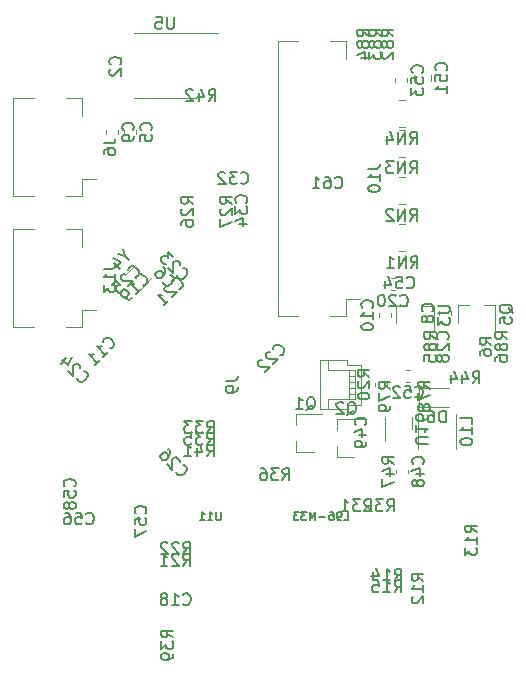
<source format=gbr>
%TF.GenerationSoftware,KiCad,Pcbnew,5.1.8+dfsg1-1~bpo10+1*%
%TF.CreationDate,2021-01-23T23:31:27+00:00*%
%TF.ProjectId,atlas,61746c61-732e-46b6-9963-61645f706362,rev?*%
%TF.SameCoordinates,Original*%
%TF.FileFunction,Legend,Bot*%
%TF.FilePolarity,Positive*%
%FSLAX46Y46*%
G04 Gerber Fmt 4.6, Leading zero omitted, Abs format (unit mm)*
G04 Created by KiCad (PCBNEW 5.1.8+dfsg1-1~bpo10+1) date 2021-01-23 23:31:27*
%MOMM*%
%LPD*%
G01*
G04 APERTURE LIST*
%ADD10C,0.120000*%
%ADD11C,0.150000*%
G04 APERTURE END LIST*
D10*
%TO.C,C20*%
X205922661Y-106731340D02*
X206248219Y-106731340D01*
X205922661Y-107751340D02*
X206248219Y-107751340D01*
%TO.C,J13*%
X179750000Y-109410000D02*
X179750000Y-110900000D01*
X179750000Y-110900000D02*
X178410000Y-110900000D01*
X179750000Y-104090000D02*
X179750000Y-102600000D01*
X179750000Y-102600000D02*
X178410000Y-102600000D01*
X175690000Y-110900000D02*
X173950000Y-110900000D01*
X173950000Y-110900000D02*
X173950000Y-102600000D01*
X173950000Y-102600000D02*
X175690000Y-102600000D01*
X179750000Y-109410000D02*
X180950000Y-109410000D01*
%TO.C,D6*%
X208325000Y-117600000D02*
X210875000Y-117600000D01*
X208325000Y-116000000D02*
X210875000Y-116000000D01*
X208325000Y-117600000D02*
X208325000Y-116000000D01*
%TO.C,R20*%
X205586000Y-115578221D02*
X205586000Y-115903779D01*
X204566000Y-115578221D02*
X204566000Y-115903779D01*
%TO.C,L10*%
X208250000Y-121200000D02*
X208250000Y-118200000D01*
X211450000Y-121200000D02*
X211450000Y-118200000D01*
%TO.C,Q2*%
X201365000Y-121855000D02*
X202825000Y-121855000D01*
X201365000Y-118695000D02*
X203525000Y-118695000D01*
X201365000Y-118695000D02*
X201365000Y-119625000D01*
X201365000Y-121855000D02*
X201365000Y-120925000D01*
%TO.C,Y4*%
X184358579Y-105503984D02*
X183403984Y-106458579D01*
X185596016Y-106741421D02*
X184641421Y-107696016D01*
%TO.C,J10*%
X202150000Y-108460000D02*
X203350000Y-108460000D01*
X196350000Y-86650000D02*
X198090000Y-86650000D01*
X196350000Y-109950000D02*
X196350000Y-86650000D01*
X198090000Y-109950000D02*
X196350000Y-109950000D01*
X202150000Y-86650000D02*
X200810000Y-86650000D01*
X202150000Y-88140000D02*
X202150000Y-86650000D01*
X202150000Y-109950000D02*
X200810000Y-109950000D01*
X202150000Y-108460000D02*
X202150000Y-109950000D01*
%TO.C,U16*%
X205450000Y-120526000D02*
X205450000Y-118526000D01*
X207670000Y-119526000D02*
X207670000Y-118526000D01*
%TO.C,U5*%
X186790000Y-86010000D02*
X191265000Y-86010000D01*
X186790000Y-86010000D02*
X184165000Y-86010000D01*
X186790000Y-91470000D02*
X189415000Y-91470000D01*
X186790000Y-91470000D02*
X184165000Y-91470000D01*
%TO.C,U3*%
X206380000Y-109112000D02*
X206380000Y-110572000D01*
X209540000Y-109112000D02*
X209540000Y-111272000D01*
X209540000Y-109112000D02*
X208610000Y-109112000D01*
X206380000Y-109112000D02*
X207310000Y-109112000D01*
%TO.C,RN4*%
X207100000Y-91660000D02*
X206600000Y-91660000D01*
X207100000Y-93940000D02*
X206600000Y-93940000D01*
%TO.C,RN3*%
X207100000Y-94160000D02*
X206600000Y-94160000D01*
X207100000Y-96440000D02*
X206600000Y-96440000D01*
%TO.C,RN2*%
X207100000Y-98160000D02*
X206600000Y-98160000D01*
X207100000Y-100440000D02*
X206600000Y-100440000D01*
%TO.C,RN1*%
X207150000Y-102160000D02*
X206650000Y-102160000D01*
X207150000Y-104440000D02*
X206650000Y-104440000D01*
%TO.C,Q5*%
X211610000Y-109030000D02*
X211610000Y-110490000D01*
X214770000Y-109030000D02*
X214770000Y-111190000D01*
X214770000Y-109030000D02*
X213840000Y-109030000D01*
X211610000Y-109030000D02*
X212540000Y-109030000D01*
%TO.C,Q1*%
X197918800Y-121417200D02*
X199378800Y-121417200D01*
X197918800Y-118257200D02*
X200078800Y-118257200D01*
X197918800Y-118257200D02*
X197918800Y-119187200D01*
X197918800Y-121417200D02*
X197918800Y-120487200D01*
%TO.C,J9*%
X203400000Y-114050000D02*
X202200000Y-114050000D01*
X202200000Y-114050000D02*
X202200000Y-113650000D01*
X202200000Y-113650000D02*
X199900000Y-113650000D01*
X199900000Y-113650000D02*
X199900000Y-117850000D01*
X199900000Y-117850000D02*
X202200000Y-117850000D01*
X202200000Y-117850000D02*
X202200000Y-117450000D01*
X202200000Y-117450000D02*
X203400000Y-117450000D01*
X203400000Y-117450000D02*
X203400000Y-114050000D01*
X200600000Y-113650000D02*
X200600000Y-114550000D01*
X200600000Y-114550000D02*
X202900000Y-114550000D01*
X202900000Y-114550000D02*
X202900000Y-116950000D01*
X202900000Y-116950000D02*
X200600000Y-116950000D01*
X200600000Y-116950000D02*
X200600000Y-117850000D01*
X202400000Y-114550000D02*
X202400000Y-116950000D01*
X202400000Y-115000000D02*
X202900000Y-115000000D01*
X202400000Y-115500000D02*
X202900000Y-115500000D01*
X202400000Y-116000000D02*
X202900000Y-116000000D01*
X202400000Y-116500000D02*
X202900000Y-116500000D01*
%TO.C,J6*%
X179750000Y-98310000D02*
X179750000Y-99800000D01*
X179750000Y-99800000D02*
X178410000Y-99800000D01*
X179750000Y-92990000D02*
X179750000Y-91500000D01*
X179750000Y-91500000D02*
X178410000Y-91500000D01*
X175690000Y-99800000D02*
X173950000Y-99800000D01*
X173950000Y-99800000D02*
X173950000Y-91500000D01*
X173950000Y-91500000D02*
X175690000Y-91500000D01*
X179750000Y-98310000D02*
X180950000Y-98310000D01*
%TO.C,C53*%
X206271400Y-90134659D02*
X206271400Y-89809101D01*
X207291400Y-90134659D02*
X207291400Y-89809101D01*
%TO.C,C52*%
X207199221Y-114469000D02*
X207524779Y-114469000D01*
X207199221Y-115489000D02*
X207524779Y-115489000D01*
%TO.C,C51*%
X207874800Y-90024958D02*
X207874800Y-89507802D01*
X209294800Y-90024958D02*
X209294800Y-89507802D01*
%TO.C,C48*%
X206315000Y-123262779D02*
X206315000Y-122937221D01*
X207335000Y-123262779D02*
X207335000Y-122937221D01*
%TO.C,C10*%
X205910000Y-109709221D02*
X205910000Y-110034779D01*
X204890000Y-109709221D02*
X204890000Y-110034779D01*
%TO.C,C9*%
X181770000Y-94522779D02*
X181770000Y-94197221D01*
X182790000Y-94522779D02*
X182790000Y-94197221D01*
%TO.C,C8*%
X211010000Y-109537221D02*
X211010000Y-109862779D01*
X209990000Y-109537221D02*
X209990000Y-109862779D01*
%TO.C,C5*%
X183300000Y-94532779D02*
X183300000Y-94207221D01*
X184320000Y-94532779D02*
X184320000Y-94207221D01*
%TO.C,C28*%
D11*
X210707142Y-111897142D02*
X210754761Y-111849523D01*
X210802380Y-111706666D01*
X210802380Y-111611428D01*
X210754761Y-111468571D01*
X210659523Y-111373333D01*
X210564285Y-111325714D01*
X210373809Y-111278095D01*
X210230952Y-111278095D01*
X210040476Y-111325714D01*
X209945238Y-111373333D01*
X209850000Y-111468571D01*
X209802380Y-111611428D01*
X209802380Y-111706666D01*
X209850000Y-111849523D01*
X209897619Y-111897142D01*
X209897619Y-112278095D02*
X209850000Y-112325714D01*
X209802380Y-112420952D01*
X209802380Y-112659047D01*
X209850000Y-112754285D01*
X209897619Y-112801904D01*
X209992857Y-112849523D01*
X210088095Y-112849523D01*
X210230952Y-112801904D01*
X210802380Y-112230476D01*
X210802380Y-112849523D01*
X210230952Y-113420952D02*
X210183333Y-113325714D01*
X210135714Y-113278095D01*
X210040476Y-113230476D01*
X209992857Y-113230476D01*
X209897619Y-113278095D01*
X209850000Y-113325714D01*
X209802380Y-113420952D01*
X209802380Y-113611428D01*
X209850000Y-113706666D01*
X209897619Y-113754285D01*
X209992857Y-113801904D01*
X210040476Y-113801904D01*
X210135714Y-113754285D01*
X210183333Y-113706666D01*
X210230952Y-113611428D01*
X210230952Y-113420952D01*
X210278571Y-113325714D01*
X210326190Y-113278095D01*
X210421428Y-113230476D01*
X210611904Y-113230476D01*
X210707142Y-113278095D01*
X210754761Y-113325714D01*
X210802380Y-113420952D01*
X210802380Y-113611428D01*
X210754761Y-113706666D01*
X210707142Y-113754285D01*
X210611904Y-113801904D01*
X210421428Y-113801904D01*
X210326190Y-113754285D01*
X210278571Y-113706666D01*
X210230952Y-113611428D01*
%TO.C,C20*%
X206728297Y-109028482D02*
X206775916Y-109076101D01*
X206918773Y-109123720D01*
X207014011Y-109123720D01*
X207156868Y-109076101D01*
X207252106Y-108980863D01*
X207299725Y-108885625D01*
X207347344Y-108695149D01*
X207347344Y-108552292D01*
X207299725Y-108361816D01*
X207252106Y-108266578D01*
X207156868Y-108171340D01*
X207014011Y-108123720D01*
X206918773Y-108123720D01*
X206775916Y-108171340D01*
X206728297Y-108218959D01*
X206347344Y-108218959D02*
X206299725Y-108171340D01*
X206204487Y-108123720D01*
X205966392Y-108123720D01*
X205871154Y-108171340D01*
X205823535Y-108218959D01*
X205775916Y-108314197D01*
X205775916Y-108409435D01*
X205823535Y-108552292D01*
X206394963Y-109123720D01*
X205775916Y-109123720D01*
X205156868Y-108123720D02*
X205061630Y-108123720D01*
X204966392Y-108171340D01*
X204918773Y-108218959D01*
X204871154Y-108314197D01*
X204823535Y-108504673D01*
X204823535Y-108742768D01*
X204871154Y-108933244D01*
X204918773Y-109028482D01*
X204966392Y-109076101D01*
X205061630Y-109123720D01*
X205156868Y-109123720D01*
X205252106Y-109076101D01*
X205299725Y-109028482D01*
X205347344Y-108933244D01*
X205394963Y-108742768D01*
X205394963Y-108504673D01*
X205347344Y-108314197D01*
X205299725Y-108218959D01*
X205252106Y-108171340D01*
X205156868Y-108123720D01*
%TO.C,J13*%
X181602380Y-105940476D02*
X182316666Y-105940476D01*
X182459523Y-105892857D01*
X182554761Y-105797619D01*
X182602380Y-105654761D01*
X182602380Y-105559523D01*
X182602380Y-106940476D02*
X182602380Y-106369047D01*
X182602380Y-106654761D02*
X181602380Y-106654761D01*
X181745238Y-106559523D01*
X181840476Y-106464285D01*
X181888095Y-106369047D01*
X181602380Y-107273809D02*
X181602380Y-107892857D01*
X181983333Y-107559523D01*
X181983333Y-107702380D01*
X182030952Y-107797619D01*
X182078571Y-107845238D01*
X182173809Y-107892857D01*
X182411904Y-107892857D01*
X182507142Y-107845238D01*
X182554761Y-107797619D01*
X182602380Y-107702380D01*
X182602380Y-107416666D01*
X182554761Y-107321428D01*
X182507142Y-107273809D01*
%TO.C,C18*%
X188342857Y-134327142D02*
X188390476Y-134374761D01*
X188533333Y-134422380D01*
X188628571Y-134422380D01*
X188771428Y-134374761D01*
X188866666Y-134279523D01*
X188914285Y-134184285D01*
X188961904Y-133993809D01*
X188961904Y-133850952D01*
X188914285Y-133660476D01*
X188866666Y-133565238D01*
X188771428Y-133470000D01*
X188628571Y-133422380D01*
X188533333Y-133422380D01*
X188390476Y-133470000D01*
X188342857Y-133517619D01*
X187390476Y-134422380D02*
X187961904Y-134422380D01*
X187676190Y-134422380D02*
X187676190Y-133422380D01*
X187771428Y-133565238D01*
X187866666Y-133660476D01*
X187961904Y-133708095D01*
X186819047Y-133850952D02*
X186914285Y-133803333D01*
X186961904Y-133755714D01*
X187009523Y-133660476D01*
X187009523Y-133612857D01*
X186961904Y-133517619D01*
X186914285Y-133470000D01*
X186819047Y-133422380D01*
X186628571Y-133422380D01*
X186533333Y-133470000D01*
X186485714Y-133517619D01*
X186438095Y-133612857D01*
X186438095Y-133660476D01*
X186485714Y-133755714D01*
X186533333Y-133803333D01*
X186628571Y-133850952D01*
X186819047Y-133850952D01*
X186914285Y-133898571D01*
X186961904Y-133946190D01*
X187009523Y-134041428D01*
X187009523Y-134231904D01*
X186961904Y-134327142D01*
X186914285Y-134374761D01*
X186819047Y-134422380D01*
X186628571Y-134422380D01*
X186533333Y-134374761D01*
X186485714Y-134327142D01*
X186438095Y-134231904D01*
X186438095Y-134041428D01*
X186485714Y-133946190D01*
X186533333Y-133898571D01*
X186628571Y-133850952D01*
%TO.C,R31*%
X203667857Y-126472380D02*
X204001190Y-125996190D01*
X204239285Y-126472380D02*
X204239285Y-125472380D01*
X203858333Y-125472380D01*
X203763095Y-125520000D01*
X203715476Y-125567619D01*
X203667857Y-125662857D01*
X203667857Y-125805714D01*
X203715476Y-125900952D01*
X203763095Y-125948571D01*
X203858333Y-125996190D01*
X204239285Y-125996190D01*
X203334523Y-125472380D02*
X202715476Y-125472380D01*
X203048809Y-125853333D01*
X202905952Y-125853333D01*
X202810714Y-125900952D01*
X202763095Y-125948571D01*
X202715476Y-126043809D01*
X202715476Y-126281904D01*
X202763095Y-126377142D01*
X202810714Y-126424761D01*
X202905952Y-126472380D01*
X203191666Y-126472380D01*
X203286904Y-126424761D01*
X203334523Y-126377142D01*
X201763095Y-126472380D02*
X202334523Y-126472380D01*
X202048809Y-126472380D02*
X202048809Y-125472380D01*
X202144047Y-125615238D01*
X202239285Y-125710476D01*
X202334523Y-125758095D01*
%TO.C,D6*%
X210563095Y-118952380D02*
X210563095Y-117952380D01*
X210325000Y-117952380D01*
X210182142Y-118000000D01*
X210086904Y-118095238D01*
X210039285Y-118190476D01*
X209991666Y-118380952D01*
X209991666Y-118523809D01*
X210039285Y-118714285D01*
X210086904Y-118809523D01*
X210182142Y-118904761D01*
X210325000Y-118952380D01*
X210563095Y-118952380D01*
X209134523Y-117952380D02*
X209325000Y-117952380D01*
X209420238Y-118000000D01*
X209467857Y-118047619D01*
X209563095Y-118190476D01*
X209610714Y-118380952D01*
X209610714Y-118761904D01*
X209563095Y-118857142D01*
X209515476Y-118904761D01*
X209420238Y-118952380D01*
X209229761Y-118952380D01*
X209134523Y-118904761D01*
X209086904Y-118857142D01*
X209039285Y-118761904D01*
X209039285Y-118523809D01*
X209086904Y-118428571D01*
X209134523Y-118380952D01*
X209229761Y-118333333D01*
X209420238Y-118333333D01*
X209515476Y-118380952D01*
X209563095Y-118428571D01*
X209610714Y-118523809D01*
%TO.C,R20*%
X204098380Y-115098142D02*
X203622190Y-114764809D01*
X204098380Y-114526714D02*
X203098380Y-114526714D01*
X203098380Y-114907666D01*
X203146000Y-115002904D01*
X203193619Y-115050523D01*
X203288857Y-115098142D01*
X203431714Y-115098142D01*
X203526952Y-115050523D01*
X203574571Y-115002904D01*
X203622190Y-114907666D01*
X203622190Y-114526714D01*
X203193619Y-115479095D02*
X203146000Y-115526714D01*
X203098380Y-115621952D01*
X203098380Y-115860047D01*
X203146000Y-115955285D01*
X203193619Y-116002904D01*
X203288857Y-116050523D01*
X203384095Y-116050523D01*
X203526952Y-116002904D01*
X204098380Y-115431476D01*
X204098380Y-116050523D01*
X203098380Y-116669571D02*
X203098380Y-116764809D01*
X203146000Y-116860047D01*
X203193619Y-116907666D01*
X203288857Y-116955285D01*
X203479333Y-117002904D01*
X203717428Y-117002904D01*
X203907904Y-116955285D01*
X204003142Y-116907666D01*
X204050761Y-116860047D01*
X204098380Y-116764809D01*
X204098380Y-116669571D01*
X204050761Y-116574333D01*
X204003142Y-116526714D01*
X203907904Y-116479095D01*
X203717428Y-116431476D01*
X203479333Y-116431476D01*
X203288857Y-116479095D01*
X203193619Y-116526714D01*
X203146000Y-116574333D01*
X203098380Y-116669571D01*
%TO.C,L10*%
X212802380Y-119057142D02*
X212802380Y-118580952D01*
X211802380Y-118580952D01*
X212802380Y-119914285D02*
X212802380Y-119342857D01*
X212802380Y-119628571D02*
X211802380Y-119628571D01*
X211945238Y-119533333D01*
X212040476Y-119438095D01*
X212088095Y-119342857D01*
X211802380Y-120533333D02*
X211802380Y-120628571D01*
X211850000Y-120723809D01*
X211897619Y-120771428D01*
X211992857Y-120819047D01*
X212183333Y-120866666D01*
X212421428Y-120866666D01*
X212611904Y-120819047D01*
X212707142Y-120771428D01*
X212754761Y-120723809D01*
X212802380Y-120628571D01*
X212802380Y-120533333D01*
X212754761Y-120438095D01*
X212707142Y-120390476D01*
X212611904Y-120342857D01*
X212421428Y-120295238D01*
X212183333Y-120295238D01*
X211992857Y-120342857D01*
X211897619Y-120390476D01*
X211850000Y-120438095D01*
X211802380Y-120533333D01*
%TO.C,Q2*%
X202220238Y-118322619D02*
X202315476Y-118275000D01*
X202410714Y-118179761D01*
X202553571Y-118036904D01*
X202648809Y-117989285D01*
X202744047Y-117989285D01*
X202696428Y-118227380D02*
X202791666Y-118179761D01*
X202886904Y-118084523D01*
X202934523Y-117894047D01*
X202934523Y-117560714D01*
X202886904Y-117370238D01*
X202791666Y-117275000D01*
X202696428Y-117227380D01*
X202505952Y-117227380D01*
X202410714Y-117275000D01*
X202315476Y-117370238D01*
X202267857Y-117560714D01*
X202267857Y-117894047D01*
X202315476Y-118084523D01*
X202410714Y-118179761D01*
X202505952Y-118227380D01*
X202696428Y-118227380D01*
X201886904Y-117322619D02*
X201839285Y-117275000D01*
X201744047Y-117227380D01*
X201505952Y-117227380D01*
X201410714Y-117275000D01*
X201363095Y-117322619D01*
X201315476Y-117417857D01*
X201315476Y-117513095D01*
X201363095Y-117655952D01*
X201934523Y-118227380D01*
X201315476Y-118227380D01*
%TO.C,R44*%
X212842857Y-115622380D02*
X213176190Y-115146190D01*
X213414285Y-115622380D02*
X213414285Y-114622380D01*
X213033333Y-114622380D01*
X212938095Y-114670000D01*
X212890476Y-114717619D01*
X212842857Y-114812857D01*
X212842857Y-114955714D01*
X212890476Y-115050952D01*
X212938095Y-115098571D01*
X213033333Y-115146190D01*
X213414285Y-115146190D01*
X211985714Y-114955714D02*
X211985714Y-115622380D01*
X212223809Y-114574761D02*
X212461904Y-115289047D01*
X211842857Y-115289047D01*
X211033333Y-114955714D02*
X211033333Y-115622380D01*
X211271428Y-114574761D02*
X211509523Y-115289047D01*
X210890476Y-115289047D01*
%TO.C,Y4*%
X183405667Y-104832232D02*
X183742385Y-105168950D01*
X183270980Y-104226141D02*
X183405667Y-104832232D01*
X182799576Y-104697545D01*
X182496530Y-105471995D02*
X182967934Y-105943400D01*
X182395515Y-105034263D02*
X183068950Y-105370980D01*
X182631217Y-105808713D01*
%TO.C,J10*%
X204002380Y-97490476D02*
X204716666Y-97490476D01*
X204859523Y-97442857D01*
X204954761Y-97347619D01*
X205002380Y-97204761D01*
X205002380Y-97109523D01*
X205002380Y-98490476D02*
X205002380Y-97919047D01*
X205002380Y-98204761D02*
X204002380Y-98204761D01*
X204145238Y-98109523D01*
X204240476Y-98014285D01*
X204288095Y-97919047D01*
X204002380Y-99109523D02*
X204002380Y-99204761D01*
X204050000Y-99300000D01*
X204097619Y-99347619D01*
X204192857Y-99395238D01*
X204383333Y-99442857D01*
X204621428Y-99442857D01*
X204811904Y-99395238D01*
X204907142Y-99347619D01*
X204954761Y-99300000D01*
X205002380Y-99204761D01*
X205002380Y-99109523D01*
X204954761Y-99014285D01*
X204907142Y-98966666D01*
X204811904Y-98919047D01*
X204621428Y-98871428D01*
X204383333Y-98871428D01*
X204192857Y-98919047D01*
X204097619Y-98966666D01*
X204050000Y-99014285D01*
X204002380Y-99109523D01*
%TO.C,U11*%
X191516666Y-126516666D02*
X191516666Y-127083333D01*
X191483333Y-127150000D01*
X191450000Y-127183333D01*
X191383333Y-127216666D01*
X191250000Y-127216666D01*
X191183333Y-127183333D01*
X191150000Y-127150000D01*
X191116666Y-127083333D01*
X191116666Y-126516666D01*
X190416666Y-127216666D02*
X190816666Y-127216666D01*
X190616666Y-127216666D02*
X190616666Y-126516666D01*
X190683333Y-126616666D01*
X190750000Y-126683333D01*
X190816666Y-126716666D01*
X189750000Y-127216666D02*
X190150000Y-127216666D01*
X189950000Y-127216666D02*
X189950000Y-126516666D01*
X190016666Y-126616666D01*
X190083333Y-126683333D01*
X190150000Y-126716666D01*
X201950000Y-127216666D02*
X202283333Y-127216666D01*
X202283333Y-126516666D01*
X201683333Y-127216666D02*
X201550000Y-127216666D01*
X201483333Y-127183333D01*
X201450000Y-127150000D01*
X201383333Y-127050000D01*
X201350000Y-126916666D01*
X201350000Y-126650000D01*
X201383333Y-126583333D01*
X201416666Y-126550000D01*
X201483333Y-126516666D01*
X201616666Y-126516666D01*
X201683333Y-126550000D01*
X201716666Y-126583333D01*
X201750000Y-126650000D01*
X201750000Y-126816666D01*
X201716666Y-126883333D01*
X201683333Y-126916666D01*
X201616666Y-126950000D01*
X201483333Y-126950000D01*
X201416666Y-126916666D01*
X201383333Y-126883333D01*
X201350000Y-126816666D01*
X200750000Y-126516666D02*
X200883333Y-126516666D01*
X200950000Y-126550000D01*
X200983333Y-126583333D01*
X201050000Y-126683333D01*
X201083333Y-126816666D01*
X201083333Y-127083333D01*
X201050000Y-127150000D01*
X201016666Y-127183333D01*
X200950000Y-127216666D01*
X200816666Y-127216666D01*
X200750000Y-127183333D01*
X200716666Y-127150000D01*
X200683333Y-127083333D01*
X200683333Y-126916666D01*
X200716666Y-126850000D01*
X200750000Y-126816666D01*
X200816666Y-126783333D01*
X200950000Y-126783333D01*
X201016666Y-126816666D01*
X201050000Y-126850000D01*
X201083333Y-126916666D01*
X200383333Y-126950000D02*
X199850000Y-126950000D01*
X199516666Y-127216666D02*
X199516666Y-126516666D01*
X199283333Y-127016666D01*
X199050000Y-126516666D01*
X199050000Y-127216666D01*
X198783333Y-126516666D02*
X198350000Y-126516666D01*
X198583333Y-126783333D01*
X198483333Y-126783333D01*
X198416666Y-126816666D01*
X198383333Y-126850000D01*
X198350000Y-126916666D01*
X198350000Y-127083333D01*
X198383333Y-127150000D01*
X198416666Y-127183333D01*
X198483333Y-127216666D01*
X198683333Y-127216666D01*
X198750000Y-127183333D01*
X198783333Y-127150000D01*
X198116666Y-126516666D02*
X197683333Y-126516666D01*
X197916666Y-126783333D01*
X197816666Y-126783333D01*
X197750000Y-126816666D01*
X197716666Y-126850000D01*
X197683333Y-126916666D01*
X197683333Y-127083333D01*
X197716666Y-127150000D01*
X197750000Y-127183333D01*
X197816666Y-127216666D01*
X198016666Y-127216666D01*
X198083333Y-127183333D01*
X198116666Y-127150000D01*
%TO.C,U16*%
X209057619Y-120764095D02*
X208248095Y-120764095D01*
X208152857Y-120716476D01*
X208105238Y-120668857D01*
X208057619Y-120573619D01*
X208057619Y-120383142D01*
X208105238Y-120287904D01*
X208152857Y-120240285D01*
X208248095Y-120192666D01*
X209057619Y-120192666D01*
X208057619Y-119192666D02*
X208057619Y-119764095D01*
X208057619Y-119478380D02*
X209057619Y-119478380D01*
X208914761Y-119573619D01*
X208819523Y-119668857D01*
X208771904Y-119764095D01*
X209057619Y-118335523D02*
X209057619Y-118526000D01*
X209010000Y-118621238D01*
X208962380Y-118668857D01*
X208819523Y-118764095D01*
X208629047Y-118811714D01*
X208248095Y-118811714D01*
X208152857Y-118764095D01*
X208105238Y-118716476D01*
X208057619Y-118621238D01*
X208057619Y-118430761D01*
X208105238Y-118335523D01*
X208152857Y-118287904D01*
X208248095Y-118240285D01*
X208486190Y-118240285D01*
X208581428Y-118287904D01*
X208629047Y-118335523D01*
X208676666Y-118430761D01*
X208676666Y-118621238D01*
X208629047Y-118716476D01*
X208581428Y-118764095D01*
X208486190Y-118811714D01*
%TO.C,U5*%
X187551904Y-84622380D02*
X187551904Y-85431904D01*
X187504285Y-85527142D01*
X187456666Y-85574761D01*
X187361428Y-85622380D01*
X187170952Y-85622380D01*
X187075714Y-85574761D01*
X187028095Y-85527142D01*
X186980476Y-85431904D01*
X186980476Y-84622380D01*
X186028095Y-84622380D02*
X186504285Y-84622380D01*
X186551904Y-85098571D01*
X186504285Y-85050952D01*
X186409047Y-85003333D01*
X186170952Y-85003333D01*
X186075714Y-85050952D01*
X186028095Y-85098571D01*
X185980476Y-85193809D01*
X185980476Y-85431904D01*
X186028095Y-85527142D01*
X186075714Y-85574761D01*
X186170952Y-85622380D01*
X186409047Y-85622380D01*
X186504285Y-85574761D01*
X186551904Y-85527142D01*
%TO.C,U3*%
X209912380Y-109110095D02*
X210721904Y-109110095D01*
X210817142Y-109157714D01*
X210864761Y-109205333D01*
X210912380Y-109300571D01*
X210912380Y-109491047D01*
X210864761Y-109586285D01*
X210817142Y-109633904D01*
X210721904Y-109681523D01*
X209912380Y-109681523D01*
X209912380Y-110062476D02*
X209912380Y-110681523D01*
X210293333Y-110348190D01*
X210293333Y-110491047D01*
X210340952Y-110586285D01*
X210388571Y-110633904D01*
X210483809Y-110681523D01*
X210721904Y-110681523D01*
X210817142Y-110633904D01*
X210864761Y-110586285D01*
X210912380Y-110491047D01*
X210912380Y-110205333D01*
X210864761Y-110110095D01*
X210817142Y-110062476D01*
%TO.C,RN4*%
X207540476Y-95352380D02*
X207873809Y-94876190D01*
X208111904Y-95352380D02*
X208111904Y-94352380D01*
X207730952Y-94352380D01*
X207635714Y-94400000D01*
X207588095Y-94447619D01*
X207540476Y-94542857D01*
X207540476Y-94685714D01*
X207588095Y-94780952D01*
X207635714Y-94828571D01*
X207730952Y-94876190D01*
X208111904Y-94876190D01*
X207111904Y-95352380D02*
X207111904Y-94352380D01*
X206540476Y-95352380D01*
X206540476Y-94352380D01*
X205635714Y-94685714D02*
X205635714Y-95352380D01*
X205873809Y-94304761D02*
X206111904Y-95019047D01*
X205492857Y-95019047D01*
%TO.C,RN3*%
X207540476Y-97852380D02*
X207873809Y-97376190D01*
X208111904Y-97852380D02*
X208111904Y-96852380D01*
X207730952Y-96852380D01*
X207635714Y-96900000D01*
X207588095Y-96947619D01*
X207540476Y-97042857D01*
X207540476Y-97185714D01*
X207588095Y-97280952D01*
X207635714Y-97328571D01*
X207730952Y-97376190D01*
X208111904Y-97376190D01*
X207111904Y-97852380D02*
X207111904Y-96852380D01*
X206540476Y-97852380D01*
X206540476Y-96852380D01*
X206159523Y-96852380D02*
X205540476Y-96852380D01*
X205873809Y-97233333D01*
X205730952Y-97233333D01*
X205635714Y-97280952D01*
X205588095Y-97328571D01*
X205540476Y-97423809D01*
X205540476Y-97661904D01*
X205588095Y-97757142D01*
X205635714Y-97804761D01*
X205730952Y-97852380D01*
X206016666Y-97852380D01*
X206111904Y-97804761D01*
X206159523Y-97757142D01*
%TO.C,RN2*%
X207540476Y-101852380D02*
X207873809Y-101376190D01*
X208111904Y-101852380D02*
X208111904Y-100852380D01*
X207730952Y-100852380D01*
X207635714Y-100900000D01*
X207588095Y-100947619D01*
X207540476Y-101042857D01*
X207540476Y-101185714D01*
X207588095Y-101280952D01*
X207635714Y-101328571D01*
X207730952Y-101376190D01*
X208111904Y-101376190D01*
X207111904Y-101852380D02*
X207111904Y-100852380D01*
X206540476Y-101852380D01*
X206540476Y-100852380D01*
X206111904Y-100947619D02*
X206064285Y-100900000D01*
X205969047Y-100852380D01*
X205730952Y-100852380D01*
X205635714Y-100900000D01*
X205588095Y-100947619D01*
X205540476Y-101042857D01*
X205540476Y-101138095D01*
X205588095Y-101280952D01*
X206159523Y-101852380D01*
X205540476Y-101852380D01*
%TO.C,RN1*%
X207590476Y-105852380D02*
X207923809Y-105376190D01*
X208161904Y-105852380D02*
X208161904Y-104852380D01*
X207780952Y-104852380D01*
X207685714Y-104900000D01*
X207638095Y-104947619D01*
X207590476Y-105042857D01*
X207590476Y-105185714D01*
X207638095Y-105280952D01*
X207685714Y-105328571D01*
X207780952Y-105376190D01*
X208161904Y-105376190D01*
X207161904Y-105852380D02*
X207161904Y-104852380D01*
X206590476Y-105852380D01*
X206590476Y-104852380D01*
X205590476Y-105852380D02*
X206161904Y-105852380D01*
X205876190Y-105852380D02*
X205876190Y-104852380D01*
X205971428Y-104995238D01*
X206066666Y-105090476D01*
X206161904Y-105138095D01*
%TO.C,R86*%
X215772380Y-111897142D02*
X215296190Y-111563809D01*
X215772380Y-111325714D02*
X214772380Y-111325714D01*
X214772380Y-111706666D01*
X214820000Y-111801904D01*
X214867619Y-111849523D01*
X214962857Y-111897142D01*
X215105714Y-111897142D01*
X215200952Y-111849523D01*
X215248571Y-111801904D01*
X215296190Y-111706666D01*
X215296190Y-111325714D01*
X215200952Y-112468571D02*
X215153333Y-112373333D01*
X215105714Y-112325714D01*
X215010476Y-112278095D01*
X214962857Y-112278095D01*
X214867619Y-112325714D01*
X214820000Y-112373333D01*
X214772380Y-112468571D01*
X214772380Y-112659047D01*
X214820000Y-112754285D01*
X214867619Y-112801904D01*
X214962857Y-112849523D01*
X215010476Y-112849523D01*
X215105714Y-112801904D01*
X215153333Y-112754285D01*
X215200952Y-112659047D01*
X215200952Y-112468571D01*
X215248571Y-112373333D01*
X215296190Y-112325714D01*
X215391428Y-112278095D01*
X215581904Y-112278095D01*
X215677142Y-112325714D01*
X215724761Y-112373333D01*
X215772380Y-112468571D01*
X215772380Y-112659047D01*
X215724761Y-112754285D01*
X215677142Y-112801904D01*
X215581904Y-112849523D01*
X215391428Y-112849523D01*
X215296190Y-112801904D01*
X215248571Y-112754285D01*
X215200952Y-112659047D01*
X214772380Y-113706666D02*
X214772380Y-113516190D01*
X214820000Y-113420952D01*
X214867619Y-113373333D01*
X215010476Y-113278095D01*
X215200952Y-113230476D01*
X215581904Y-113230476D01*
X215677142Y-113278095D01*
X215724761Y-113325714D01*
X215772380Y-113420952D01*
X215772380Y-113611428D01*
X215724761Y-113706666D01*
X215677142Y-113754285D01*
X215581904Y-113801904D01*
X215343809Y-113801904D01*
X215248571Y-113754285D01*
X215200952Y-113706666D01*
X215153333Y-113611428D01*
X215153333Y-113420952D01*
X215200952Y-113325714D01*
X215248571Y-113278095D01*
X215343809Y-113230476D01*
%TO.C,R85*%
X209752380Y-111897142D02*
X209276190Y-111563809D01*
X209752380Y-111325714D02*
X208752380Y-111325714D01*
X208752380Y-111706666D01*
X208800000Y-111801904D01*
X208847619Y-111849523D01*
X208942857Y-111897142D01*
X209085714Y-111897142D01*
X209180952Y-111849523D01*
X209228571Y-111801904D01*
X209276190Y-111706666D01*
X209276190Y-111325714D01*
X209180952Y-112468571D02*
X209133333Y-112373333D01*
X209085714Y-112325714D01*
X208990476Y-112278095D01*
X208942857Y-112278095D01*
X208847619Y-112325714D01*
X208800000Y-112373333D01*
X208752380Y-112468571D01*
X208752380Y-112659047D01*
X208800000Y-112754285D01*
X208847619Y-112801904D01*
X208942857Y-112849523D01*
X208990476Y-112849523D01*
X209085714Y-112801904D01*
X209133333Y-112754285D01*
X209180952Y-112659047D01*
X209180952Y-112468571D01*
X209228571Y-112373333D01*
X209276190Y-112325714D01*
X209371428Y-112278095D01*
X209561904Y-112278095D01*
X209657142Y-112325714D01*
X209704761Y-112373333D01*
X209752380Y-112468571D01*
X209752380Y-112659047D01*
X209704761Y-112754285D01*
X209657142Y-112801904D01*
X209561904Y-112849523D01*
X209371428Y-112849523D01*
X209276190Y-112801904D01*
X209228571Y-112754285D01*
X209180952Y-112659047D01*
X208752380Y-113754285D02*
X208752380Y-113278095D01*
X209228571Y-113230476D01*
X209180952Y-113278095D01*
X209133333Y-113373333D01*
X209133333Y-113611428D01*
X209180952Y-113706666D01*
X209228571Y-113754285D01*
X209323809Y-113801904D01*
X209561904Y-113801904D01*
X209657142Y-113754285D01*
X209704761Y-113706666D01*
X209752380Y-113611428D01*
X209752380Y-113373333D01*
X209704761Y-113278095D01*
X209657142Y-113230476D01*
%TO.C,R84*%
X204067340Y-86265782D02*
X203591150Y-85932449D01*
X204067340Y-85694354D02*
X203067340Y-85694354D01*
X203067340Y-86075306D01*
X203114960Y-86170544D01*
X203162579Y-86218163D01*
X203257817Y-86265782D01*
X203400674Y-86265782D01*
X203495912Y-86218163D01*
X203543531Y-86170544D01*
X203591150Y-86075306D01*
X203591150Y-85694354D01*
X203495912Y-86837211D02*
X203448293Y-86741973D01*
X203400674Y-86694354D01*
X203305436Y-86646735D01*
X203257817Y-86646735D01*
X203162579Y-86694354D01*
X203114960Y-86741973D01*
X203067340Y-86837211D01*
X203067340Y-87027687D01*
X203114960Y-87122925D01*
X203162579Y-87170544D01*
X203257817Y-87218163D01*
X203305436Y-87218163D01*
X203400674Y-87170544D01*
X203448293Y-87122925D01*
X203495912Y-87027687D01*
X203495912Y-86837211D01*
X203543531Y-86741973D01*
X203591150Y-86694354D01*
X203686388Y-86646735D01*
X203876864Y-86646735D01*
X203972102Y-86694354D01*
X204019721Y-86741973D01*
X204067340Y-86837211D01*
X204067340Y-87027687D01*
X204019721Y-87122925D01*
X203972102Y-87170544D01*
X203876864Y-87218163D01*
X203686388Y-87218163D01*
X203591150Y-87170544D01*
X203543531Y-87122925D01*
X203495912Y-87027687D01*
X203400674Y-88075306D02*
X204067340Y-88075306D01*
X203019721Y-87837211D02*
X203734007Y-87599116D01*
X203734007Y-88218163D01*
%TO.C,R83*%
X205098580Y-86265782D02*
X204622390Y-85932449D01*
X205098580Y-85694354D02*
X204098580Y-85694354D01*
X204098580Y-86075306D01*
X204146200Y-86170544D01*
X204193819Y-86218163D01*
X204289057Y-86265782D01*
X204431914Y-86265782D01*
X204527152Y-86218163D01*
X204574771Y-86170544D01*
X204622390Y-86075306D01*
X204622390Y-85694354D01*
X204527152Y-86837211D02*
X204479533Y-86741973D01*
X204431914Y-86694354D01*
X204336676Y-86646735D01*
X204289057Y-86646735D01*
X204193819Y-86694354D01*
X204146200Y-86741973D01*
X204098580Y-86837211D01*
X204098580Y-87027687D01*
X204146200Y-87122925D01*
X204193819Y-87170544D01*
X204289057Y-87218163D01*
X204336676Y-87218163D01*
X204431914Y-87170544D01*
X204479533Y-87122925D01*
X204527152Y-87027687D01*
X204527152Y-86837211D01*
X204574771Y-86741973D01*
X204622390Y-86694354D01*
X204717628Y-86646735D01*
X204908104Y-86646735D01*
X205003342Y-86694354D01*
X205050961Y-86741973D01*
X205098580Y-86837211D01*
X205098580Y-87027687D01*
X205050961Y-87122925D01*
X205003342Y-87170544D01*
X204908104Y-87218163D01*
X204717628Y-87218163D01*
X204622390Y-87170544D01*
X204574771Y-87122925D01*
X204527152Y-87027687D01*
X204098580Y-87551497D02*
X204098580Y-88170544D01*
X204479533Y-87837211D01*
X204479533Y-87980068D01*
X204527152Y-88075306D01*
X204574771Y-88122925D01*
X204670009Y-88170544D01*
X204908104Y-88170544D01*
X205003342Y-88122925D01*
X205050961Y-88075306D01*
X205098580Y-87980068D01*
X205098580Y-87694354D01*
X205050961Y-87599116D01*
X205003342Y-87551497D01*
%TO.C,R82*%
X206129820Y-86265782D02*
X205653630Y-85932449D01*
X206129820Y-85694354D02*
X205129820Y-85694354D01*
X205129820Y-86075306D01*
X205177440Y-86170544D01*
X205225059Y-86218163D01*
X205320297Y-86265782D01*
X205463154Y-86265782D01*
X205558392Y-86218163D01*
X205606011Y-86170544D01*
X205653630Y-86075306D01*
X205653630Y-85694354D01*
X205558392Y-86837211D02*
X205510773Y-86741973D01*
X205463154Y-86694354D01*
X205367916Y-86646735D01*
X205320297Y-86646735D01*
X205225059Y-86694354D01*
X205177440Y-86741973D01*
X205129820Y-86837211D01*
X205129820Y-87027687D01*
X205177440Y-87122925D01*
X205225059Y-87170544D01*
X205320297Y-87218163D01*
X205367916Y-87218163D01*
X205463154Y-87170544D01*
X205510773Y-87122925D01*
X205558392Y-87027687D01*
X205558392Y-86837211D01*
X205606011Y-86741973D01*
X205653630Y-86694354D01*
X205748868Y-86646735D01*
X205939344Y-86646735D01*
X206034582Y-86694354D01*
X206082201Y-86741973D01*
X206129820Y-86837211D01*
X206129820Y-87027687D01*
X206082201Y-87122925D01*
X206034582Y-87170544D01*
X205939344Y-87218163D01*
X205748868Y-87218163D01*
X205653630Y-87170544D01*
X205606011Y-87122925D01*
X205558392Y-87027687D01*
X205225059Y-87599116D02*
X205177440Y-87646735D01*
X205129820Y-87741973D01*
X205129820Y-87980068D01*
X205177440Y-88075306D01*
X205225059Y-88122925D01*
X205320297Y-88170544D01*
X205415535Y-88170544D01*
X205558392Y-88122925D01*
X206129820Y-87551497D01*
X206129820Y-88170544D01*
%TO.C,R79*%
X205882380Y-116114142D02*
X205406190Y-115780809D01*
X205882380Y-115542714D02*
X204882380Y-115542714D01*
X204882380Y-115923666D01*
X204930000Y-116018904D01*
X204977619Y-116066523D01*
X205072857Y-116114142D01*
X205215714Y-116114142D01*
X205310952Y-116066523D01*
X205358571Y-116018904D01*
X205406190Y-115923666D01*
X205406190Y-115542714D01*
X204882380Y-116447476D02*
X204882380Y-117114142D01*
X205882380Y-116685571D01*
X205882380Y-117542714D02*
X205882380Y-117733190D01*
X205834761Y-117828428D01*
X205787142Y-117876047D01*
X205644285Y-117971285D01*
X205453809Y-118018904D01*
X205072857Y-118018904D01*
X204977619Y-117971285D01*
X204930000Y-117923666D01*
X204882380Y-117828428D01*
X204882380Y-117637952D01*
X204930000Y-117542714D01*
X204977619Y-117495095D01*
X205072857Y-117447476D01*
X205310952Y-117447476D01*
X205406190Y-117495095D01*
X205453809Y-117542714D01*
X205501428Y-117637952D01*
X205501428Y-117828428D01*
X205453809Y-117923666D01*
X205406190Y-117971285D01*
X205310952Y-118018904D01*
%TO.C,R78*%
X209238380Y-116091142D02*
X208762190Y-115757809D01*
X209238380Y-115519714D02*
X208238380Y-115519714D01*
X208238380Y-115900666D01*
X208286000Y-115995904D01*
X208333619Y-116043523D01*
X208428857Y-116091142D01*
X208571714Y-116091142D01*
X208666952Y-116043523D01*
X208714571Y-115995904D01*
X208762190Y-115900666D01*
X208762190Y-115519714D01*
X208238380Y-116424476D02*
X208238380Y-117091142D01*
X209238380Y-116662571D01*
X208666952Y-117614952D02*
X208619333Y-117519714D01*
X208571714Y-117472095D01*
X208476476Y-117424476D01*
X208428857Y-117424476D01*
X208333619Y-117472095D01*
X208286000Y-117519714D01*
X208238380Y-117614952D01*
X208238380Y-117805428D01*
X208286000Y-117900666D01*
X208333619Y-117948285D01*
X208428857Y-117995904D01*
X208476476Y-117995904D01*
X208571714Y-117948285D01*
X208619333Y-117900666D01*
X208666952Y-117805428D01*
X208666952Y-117614952D01*
X208714571Y-117519714D01*
X208762190Y-117472095D01*
X208857428Y-117424476D01*
X209047904Y-117424476D01*
X209143142Y-117472095D01*
X209190761Y-117519714D01*
X209238380Y-117614952D01*
X209238380Y-117805428D01*
X209190761Y-117900666D01*
X209143142Y-117948285D01*
X209047904Y-117995904D01*
X208857428Y-117995904D01*
X208762190Y-117948285D01*
X208714571Y-117900666D01*
X208666952Y-117805428D01*
%TO.C,R47*%
X206197380Y-122442142D02*
X205721190Y-122108809D01*
X206197380Y-121870714D02*
X205197380Y-121870714D01*
X205197380Y-122251666D01*
X205245000Y-122346904D01*
X205292619Y-122394523D01*
X205387857Y-122442142D01*
X205530714Y-122442142D01*
X205625952Y-122394523D01*
X205673571Y-122346904D01*
X205721190Y-122251666D01*
X205721190Y-121870714D01*
X205530714Y-123299285D02*
X206197380Y-123299285D01*
X205149761Y-123061190D02*
X205864047Y-122823095D01*
X205864047Y-123442142D01*
X205197380Y-123727857D02*
X205197380Y-124394523D01*
X206197380Y-123965952D01*
%TO.C,R42*%
X190492857Y-91732380D02*
X190826190Y-91256190D01*
X191064285Y-91732380D02*
X191064285Y-90732380D01*
X190683333Y-90732380D01*
X190588095Y-90780000D01*
X190540476Y-90827619D01*
X190492857Y-90922857D01*
X190492857Y-91065714D01*
X190540476Y-91160952D01*
X190588095Y-91208571D01*
X190683333Y-91256190D01*
X191064285Y-91256190D01*
X189635714Y-91065714D02*
X189635714Y-91732380D01*
X189873809Y-90684761D02*
X190111904Y-91399047D01*
X189492857Y-91399047D01*
X189159523Y-90827619D02*
X189111904Y-90780000D01*
X189016666Y-90732380D01*
X188778571Y-90732380D01*
X188683333Y-90780000D01*
X188635714Y-90827619D01*
X188588095Y-90922857D01*
X188588095Y-91018095D01*
X188635714Y-91160952D01*
X189207142Y-91732380D01*
X188588095Y-91732380D01*
%TO.C,R41*%
X190342857Y-121822380D02*
X190676190Y-121346190D01*
X190914285Y-121822380D02*
X190914285Y-120822380D01*
X190533333Y-120822380D01*
X190438095Y-120870000D01*
X190390476Y-120917619D01*
X190342857Y-121012857D01*
X190342857Y-121155714D01*
X190390476Y-121250952D01*
X190438095Y-121298571D01*
X190533333Y-121346190D01*
X190914285Y-121346190D01*
X189485714Y-121155714D02*
X189485714Y-121822380D01*
X189723809Y-120774761D02*
X189961904Y-121489047D01*
X189342857Y-121489047D01*
X188438095Y-121822380D02*
X189009523Y-121822380D01*
X188723809Y-121822380D02*
X188723809Y-120822380D01*
X188819047Y-120965238D01*
X188914285Y-121060476D01*
X189009523Y-121108095D01*
%TO.C,R39*%
X187482380Y-137157142D02*
X187006190Y-136823809D01*
X187482380Y-136585714D02*
X186482380Y-136585714D01*
X186482380Y-136966666D01*
X186530000Y-137061904D01*
X186577619Y-137109523D01*
X186672857Y-137157142D01*
X186815714Y-137157142D01*
X186910952Y-137109523D01*
X186958571Y-137061904D01*
X187006190Y-136966666D01*
X187006190Y-136585714D01*
X186482380Y-137490476D02*
X186482380Y-138109523D01*
X186863333Y-137776190D01*
X186863333Y-137919047D01*
X186910952Y-138014285D01*
X186958571Y-138061904D01*
X187053809Y-138109523D01*
X187291904Y-138109523D01*
X187387142Y-138061904D01*
X187434761Y-138014285D01*
X187482380Y-137919047D01*
X187482380Y-137633333D01*
X187434761Y-137538095D01*
X187387142Y-137490476D01*
X187482380Y-138585714D02*
X187482380Y-138776190D01*
X187434761Y-138871428D01*
X187387142Y-138919047D01*
X187244285Y-139014285D01*
X187053809Y-139061904D01*
X186672857Y-139061904D01*
X186577619Y-139014285D01*
X186530000Y-138966666D01*
X186482380Y-138871428D01*
X186482380Y-138680952D01*
X186530000Y-138585714D01*
X186577619Y-138538095D01*
X186672857Y-138490476D01*
X186910952Y-138490476D01*
X187006190Y-138538095D01*
X187053809Y-138585714D01*
X187101428Y-138680952D01*
X187101428Y-138871428D01*
X187053809Y-138966666D01*
X187006190Y-139014285D01*
X186910952Y-139061904D01*
%TO.C,R36*%
X196742857Y-123832380D02*
X197076190Y-123356190D01*
X197314285Y-123832380D02*
X197314285Y-122832380D01*
X196933333Y-122832380D01*
X196838095Y-122880000D01*
X196790476Y-122927619D01*
X196742857Y-123022857D01*
X196742857Y-123165714D01*
X196790476Y-123260952D01*
X196838095Y-123308571D01*
X196933333Y-123356190D01*
X197314285Y-123356190D01*
X196409523Y-122832380D02*
X195790476Y-122832380D01*
X196123809Y-123213333D01*
X195980952Y-123213333D01*
X195885714Y-123260952D01*
X195838095Y-123308571D01*
X195790476Y-123403809D01*
X195790476Y-123641904D01*
X195838095Y-123737142D01*
X195885714Y-123784761D01*
X195980952Y-123832380D01*
X196266666Y-123832380D01*
X196361904Y-123784761D01*
X196409523Y-123737142D01*
X194933333Y-122832380D02*
X195123809Y-122832380D01*
X195219047Y-122880000D01*
X195266666Y-122927619D01*
X195361904Y-123070476D01*
X195409523Y-123260952D01*
X195409523Y-123641904D01*
X195361904Y-123737142D01*
X195314285Y-123784761D01*
X195219047Y-123832380D01*
X195028571Y-123832380D01*
X194933333Y-123784761D01*
X194885714Y-123737142D01*
X194838095Y-123641904D01*
X194838095Y-123403809D01*
X194885714Y-123308571D01*
X194933333Y-123260952D01*
X195028571Y-123213333D01*
X195219047Y-123213333D01*
X195314285Y-123260952D01*
X195361904Y-123308571D01*
X195409523Y-123403809D01*
%TO.C,R35*%
X190342857Y-120822380D02*
X190676190Y-120346190D01*
X190914285Y-120822380D02*
X190914285Y-119822380D01*
X190533333Y-119822380D01*
X190438095Y-119870000D01*
X190390476Y-119917619D01*
X190342857Y-120012857D01*
X190342857Y-120155714D01*
X190390476Y-120250952D01*
X190438095Y-120298571D01*
X190533333Y-120346190D01*
X190914285Y-120346190D01*
X190009523Y-119822380D02*
X189390476Y-119822380D01*
X189723809Y-120203333D01*
X189580952Y-120203333D01*
X189485714Y-120250952D01*
X189438095Y-120298571D01*
X189390476Y-120393809D01*
X189390476Y-120631904D01*
X189438095Y-120727142D01*
X189485714Y-120774761D01*
X189580952Y-120822380D01*
X189866666Y-120822380D01*
X189961904Y-120774761D01*
X190009523Y-120727142D01*
X188485714Y-119822380D02*
X188961904Y-119822380D01*
X189009523Y-120298571D01*
X188961904Y-120250952D01*
X188866666Y-120203333D01*
X188628571Y-120203333D01*
X188533333Y-120250952D01*
X188485714Y-120298571D01*
X188438095Y-120393809D01*
X188438095Y-120631904D01*
X188485714Y-120727142D01*
X188533333Y-120774761D01*
X188628571Y-120822380D01*
X188866666Y-120822380D01*
X188961904Y-120774761D01*
X189009523Y-120727142D01*
%TO.C,R33*%
X190342857Y-119822380D02*
X190676190Y-119346190D01*
X190914285Y-119822380D02*
X190914285Y-118822380D01*
X190533333Y-118822380D01*
X190438095Y-118870000D01*
X190390476Y-118917619D01*
X190342857Y-119012857D01*
X190342857Y-119155714D01*
X190390476Y-119250952D01*
X190438095Y-119298571D01*
X190533333Y-119346190D01*
X190914285Y-119346190D01*
X190009523Y-118822380D02*
X189390476Y-118822380D01*
X189723809Y-119203333D01*
X189580952Y-119203333D01*
X189485714Y-119250952D01*
X189438095Y-119298571D01*
X189390476Y-119393809D01*
X189390476Y-119631904D01*
X189438095Y-119727142D01*
X189485714Y-119774761D01*
X189580952Y-119822380D01*
X189866666Y-119822380D01*
X189961904Y-119774761D01*
X190009523Y-119727142D01*
X189057142Y-118822380D02*
X188438095Y-118822380D01*
X188771428Y-119203333D01*
X188628571Y-119203333D01*
X188533333Y-119250952D01*
X188485714Y-119298571D01*
X188438095Y-119393809D01*
X188438095Y-119631904D01*
X188485714Y-119727142D01*
X188533333Y-119774761D01*
X188628571Y-119822380D01*
X188914285Y-119822380D01*
X189009523Y-119774761D01*
X189057142Y-119727142D01*
%TO.C,R32*%
X205592857Y-126472380D02*
X205926190Y-125996190D01*
X206164285Y-126472380D02*
X206164285Y-125472380D01*
X205783333Y-125472380D01*
X205688095Y-125520000D01*
X205640476Y-125567619D01*
X205592857Y-125662857D01*
X205592857Y-125805714D01*
X205640476Y-125900952D01*
X205688095Y-125948571D01*
X205783333Y-125996190D01*
X206164285Y-125996190D01*
X205259523Y-125472380D02*
X204640476Y-125472380D01*
X204973809Y-125853333D01*
X204830952Y-125853333D01*
X204735714Y-125900952D01*
X204688095Y-125948571D01*
X204640476Y-126043809D01*
X204640476Y-126281904D01*
X204688095Y-126377142D01*
X204735714Y-126424761D01*
X204830952Y-126472380D01*
X205116666Y-126472380D01*
X205211904Y-126424761D01*
X205259523Y-126377142D01*
X204259523Y-125567619D02*
X204211904Y-125520000D01*
X204116666Y-125472380D01*
X203878571Y-125472380D01*
X203783333Y-125520000D01*
X203735714Y-125567619D01*
X203688095Y-125662857D01*
X203688095Y-125758095D01*
X203735714Y-125900952D01*
X204307142Y-126472380D01*
X203688095Y-126472380D01*
%TO.C,R27*%
X192472380Y-100457142D02*
X191996190Y-100123809D01*
X192472380Y-99885714D02*
X191472380Y-99885714D01*
X191472380Y-100266666D01*
X191520000Y-100361904D01*
X191567619Y-100409523D01*
X191662857Y-100457142D01*
X191805714Y-100457142D01*
X191900952Y-100409523D01*
X191948571Y-100361904D01*
X191996190Y-100266666D01*
X191996190Y-99885714D01*
X191567619Y-100838095D02*
X191520000Y-100885714D01*
X191472380Y-100980952D01*
X191472380Y-101219047D01*
X191520000Y-101314285D01*
X191567619Y-101361904D01*
X191662857Y-101409523D01*
X191758095Y-101409523D01*
X191900952Y-101361904D01*
X192472380Y-100790476D01*
X192472380Y-101409523D01*
X191472380Y-101742857D02*
X191472380Y-102409523D01*
X192472380Y-101980952D01*
%TO.C,R26*%
X189182380Y-100457142D02*
X188706190Y-100123809D01*
X189182380Y-99885714D02*
X188182380Y-99885714D01*
X188182380Y-100266666D01*
X188230000Y-100361904D01*
X188277619Y-100409523D01*
X188372857Y-100457142D01*
X188515714Y-100457142D01*
X188610952Y-100409523D01*
X188658571Y-100361904D01*
X188706190Y-100266666D01*
X188706190Y-99885714D01*
X188277619Y-100838095D02*
X188230000Y-100885714D01*
X188182380Y-100980952D01*
X188182380Y-101219047D01*
X188230000Y-101314285D01*
X188277619Y-101361904D01*
X188372857Y-101409523D01*
X188468095Y-101409523D01*
X188610952Y-101361904D01*
X189182380Y-100790476D01*
X189182380Y-101409523D01*
X188182380Y-102266666D02*
X188182380Y-102076190D01*
X188230000Y-101980952D01*
X188277619Y-101933333D01*
X188420476Y-101838095D01*
X188610952Y-101790476D01*
X188991904Y-101790476D01*
X189087142Y-101838095D01*
X189134761Y-101885714D01*
X189182380Y-101980952D01*
X189182380Y-102171428D01*
X189134761Y-102266666D01*
X189087142Y-102314285D01*
X188991904Y-102361904D01*
X188753809Y-102361904D01*
X188658571Y-102314285D01*
X188610952Y-102266666D01*
X188563333Y-102171428D01*
X188563333Y-101980952D01*
X188610952Y-101885714D01*
X188658571Y-101838095D01*
X188753809Y-101790476D01*
%TO.C,R22*%
X188342857Y-130082380D02*
X188676190Y-129606190D01*
X188914285Y-130082380D02*
X188914285Y-129082380D01*
X188533333Y-129082380D01*
X188438095Y-129130000D01*
X188390476Y-129177619D01*
X188342857Y-129272857D01*
X188342857Y-129415714D01*
X188390476Y-129510952D01*
X188438095Y-129558571D01*
X188533333Y-129606190D01*
X188914285Y-129606190D01*
X187961904Y-129177619D02*
X187914285Y-129130000D01*
X187819047Y-129082380D01*
X187580952Y-129082380D01*
X187485714Y-129130000D01*
X187438095Y-129177619D01*
X187390476Y-129272857D01*
X187390476Y-129368095D01*
X187438095Y-129510952D01*
X188009523Y-130082380D01*
X187390476Y-130082380D01*
X187009523Y-129177619D02*
X186961904Y-129130000D01*
X186866666Y-129082380D01*
X186628571Y-129082380D01*
X186533333Y-129130000D01*
X186485714Y-129177619D01*
X186438095Y-129272857D01*
X186438095Y-129368095D01*
X186485714Y-129510952D01*
X187057142Y-130082380D01*
X186438095Y-130082380D01*
%TO.C,R21*%
X188342857Y-131082380D02*
X188676190Y-130606190D01*
X188914285Y-131082380D02*
X188914285Y-130082380D01*
X188533333Y-130082380D01*
X188438095Y-130130000D01*
X188390476Y-130177619D01*
X188342857Y-130272857D01*
X188342857Y-130415714D01*
X188390476Y-130510952D01*
X188438095Y-130558571D01*
X188533333Y-130606190D01*
X188914285Y-130606190D01*
X187961904Y-130177619D02*
X187914285Y-130130000D01*
X187819047Y-130082380D01*
X187580952Y-130082380D01*
X187485714Y-130130000D01*
X187438095Y-130177619D01*
X187390476Y-130272857D01*
X187390476Y-130368095D01*
X187438095Y-130510952D01*
X188009523Y-131082380D01*
X187390476Y-131082380D01*
X186438095Y-131082380D02*
X187009523Y-131082380D01*
X186723809Y-131082380D02*
X186723809Y-130082380D01*
X186819047Y-130225238D01*
X186914285Y-130320476D01*
X187009523Y-130368095D01*
%TO.C,R15*%
X206229897Y-133326260D02*
X206563230Y-132850070D01*
X206801325Y-133326260D02*
X206801325Y-132326260D01*
X206420373Y-132326260D01*
X206325135Y-132373880D01*
X206277516Y-132421499D01*
X206229897Y-132516737D01*
X206229897Y-132659594D01*
X206277516Y-132754832D01*
X206325135Y-132802451D01*
X206420373Y-132850070D01*
X206801325Y-132850070D01*
X205277516Y-133326260D02*
X205848944Y-133326260D01*
X205563230Y-133326260D02*
X205563230Y-132326260D01*
X205658468Y-132469118D01*
X205753706Y-132564356D01*
X205848944Y-132611975D01*
X204372754Y-132326260D02*
X204848944Y-132326260D01*
X204896563Y-132802451D01*
X204848944Y-132754832D01*
X204753706Y-132707213D01*
X204515611Y-132707213D01*
X204420373Y-132754832D01*
X204372754Y-132802451D01*
X204325135Y-132897689D01*
X204325135Y-133135784D01*
X204372754Y-133231022D01*
X204420373Y-133278641D01*
X204515611Y-133326260D01*
X204753706Y-133326260D01*
X204848944Y-133278641D01*
X204896563Y-133231022D01*
%TO.C,R14*%
X206233377Y-132320340D02*
X206566710Y-131844150D01*
X206804805Y-132320340D02*
X206804805Y-131320340D01*
X206423853Y-131320340D01*
X206328615Y-131367960D01*
X206280996Y-131415579D01*
X206233377Y-131510817D01*
X206233377Y-131653674D01*
X206280996Y-131748912D01*
X206328615Y-131796531D01*
X206423853Y-131844150D01*
X206804805Y-131844150D01*
X205280996Y-132320340D02*
X205852424Y-132320340D01*
X205566710Y-132320340D02*
X205566710Y-131320340D01*
X205661948Y-131463198D01*
X205757186Y-131558436D01*
X205852424Y-131606055D01*
X204423853Y-131653674D02*
X204423853Y-132320340D01*
X204661948Y-131272721D02*
X204900043Y-131987007D01*
X204280996Y-131987007D01*
%TO.C,R13*%
X213197380Y-128257142D02*
X212721190Y-127923809D01*
X213197380Y-127685714D02*
X212197380Y-127685714D01*
X212197380Y-128066666D01*
X212245000Y-128161904D01*
X212292619Y-128209523D01*
X212387857Y-128257142D01*
X212530714Y-128257142D01*
X212625952Y-128209523D01*
X212673571Y-128161904D01*
X212721190Y-128066666D01*
X212721190Y-127685714D01*
X213197380Y-129209523D02*
X213197380Y-128638095D01*
X213197380Y-128923809D02*
X212197380Y-128923809D01*
X212340238Y-128828571D01*
X212435476Y-128733333D01*
X212483095Y-128638095D01*
X212197380Y-129542857D02*
X212197380Y-130161904D01*
X212578333Y-129828571D01*
X212578333Y-129971428D01*
X212625952Y-130066666D01*
X212673571Y-130114285D01*
X212768809Y-130161904D01*
X213006904Y-130161904D01*
X213102142Y-130114285D01*
X213149761Y-130066666D01*
X213197380Y-129971428D01*
X213197380Y-129685714D01*
X213149761Y-129590476D01*
X213102142Y-129542857D01*
%TO.C,R12*%
X208672380Y-132357142D02*
X208196190Y-132023809D01*
X208672380Y-131785714D02*
X207672380Y-131785714D01*
X207672380Y-132166666D01*
X207720000Y-132261904D01*
X207767619Y-132309523D01*
X207862857Y-132357142D01*
X208005714Y-132357142D01*
X208100952Y-132309523D01*
X208148571Y-132261904D01*
X208196190Y-132166666D01*
X208196190Y-131785714D01*
X208672380Y-133309523D02*
X208672380Y-132738095D01*
X208672380Y-133023809D02*
X207672380Y-133023809D01*
X207815238Y-132928571D01*
X207910476Y-132833333D01*
X207958095Y-132738095D01*
X207767619Y-133690476D02*
X207720000Y-133738095D01*
X207672380Y-133833333D01*
X207672380Y-134071428D01*
X207720000Y-134166666D01*
X207767619Y-134214285D01*
X207862857Y-134261904D01*
X207958095Y-134261904D01*
X208100952Y-134214285D01*
X208672380Y-133642857D01*
X208672380Y-134261904D01*
%TO.C,R6*%
X214442380Y-112373333D02*
X213966190Y-112040000D01*
X214442380Y-111801904D02*
X213442380Y-111801904D01*
X213442380Y-112182857D01*
X213490000Y-112278095D01*
X213537619Y-112325714D01*
X213632857Y-112373333D01*
X213775714Y-112373333D01*
X213870952Y-112325714D01*
X213918571Y-112278095D01*
X213966190Y-112182857D01*
X213966190Y-111801904D01*
X213442380Y-113230476D02*
X213442380Y-113040000D01*
X213490000Y-112944761D01*
X213537619Y-112897142D01*
X213680476Y-112801904D01*
X213870952Y-112754285D01*
X214251904Y-112754285D01*
X214347142Y-112801904D01*
X214394761Y-112849523D01*
X214442380Y-112944761D01*
X214442380Y-113135238D01*
X214394761Y-113230476D01*
X214347142Y-113278095D01*
X214251904Y-113325714D01*
X214013809Y-113325714D01*
X213918571Y-113278095D01*
X213870952Y-113230476D01*
X213823333Y-113135238D01*
X213823333Y-112944761D01*
X213870952Y-112849523D01*
X213918571Y-112801904D01*
X214013809Y-112754285D01*
%TO.C,Q5*%
X216237619Y-109694761D02*
X216190000Y-109599523D01*
X216094761Y-109504285D01*
X215951904Y-109361428D01*
X215904285Y-109266190D01*
X215904285Y-109170952D01*
X216142380Y-109218571D02*
X216094761Y-109123333D01*
X215999523Y-109028095D01*
X215809047Y-108980476D01*
X215475714Y-108980476D01*
X215285238Y-109028095D01*
X215190000Y-109123333D01*
X215142380Y-109218571D01*
X215142380Y-109409047D01*
X215190000Y-109504285D01*
X215285238Y-109599523D01*
X215475714Y-109647142D01*
X215809047Y-109647142D01*
X215999523Y-109599523D01*
X216094761Y-109504285D01*
X216142380Y-109409047D01*
X216142380Y-109218571D01*
X215142380Y-110551904D02*
X215142380Y-110075714D01*
X215618571Y-110028095D01*
X215570952Y-110075714D01*
X215523333Y-110170952D01*
X215523333Y-110409047D01*
X215570952Y-110504285D01*
X215618571Y-110551904D01*
X215713809Y-110599523D01*
X215951904Y-110599523D01*
X216047142Y-110551904D01*
X216094761Y-110504285D01*
X216142380Y-110409047D01*
X216142380Y-110170952D01*
X216094761Y-110075714D01*
X216047142Y-110028095D01*
%TO.C,Q1*%
X198774038Y-117884819D02*
X198869276Y-117837200D01*
X198964514Y-117741961D01*
X199107371Y-117599104D01*
X199202609Y-117551485D01*
X199297847Y-117551485D01*
X199250228Y-117789580D02*
X199345466Y-117741961D01*
X199440704Y-117646723D01*
X199488323Y-117456247D01*
X199488323Y-117122914D01*
X199440704Y-116932438D01*
X199345466Y-116837200D01*
X199250228Y-116789580D01*
X199059752Y-116789580D01*
X198964514Y-116837200D01*
X198869276Y-116932438D01*
X198821657Y-117122914D01*
X198821657Y-117456247D01*
X198869276Y-117646723D01*
X198964514Y-117741961D01*
X199059752Y-117789580D01*
X199250228Y-117789580D01*
X197869276Y-117789580D02*
X198440704Y-117789580D01*
X198154990Y-117789580D02*
X198154990Y-116789580D01*
X198250228Y-116932438D01*
X198345466Y-117027676D01*
X198440704Y-117075295D01*
%TO.C,J9*%
X191952380Y-115416666D02*
X192666666Y-115416666D01*
X192809523Y-115369047D01*
X192904761Y-115273809D01*
X192952380Y-115130952D01*
X192952380Y-115035714D01*
X192952380Y-115940476D02*
X192952380Y-116130952D01*
X192904761Y-116226190D01*
X192857142Y-116273809D01*
X192714285Y-116369047D01*
X192523809Y-116416666D01*
X192142857Y-116416666D01*
X192047619Y-116369047D01*
X192000000Y-116321428D01*
X191952380Y-116226190D01*
X191952380Y-116035714D01*
X192000000Y-115940476D01*
X192047619Y-115892857D01*
X192142857Y-115845238D01*
X192380952Y-115845238D01*
X192476190Y-115892857D01*
X192523809Y-115940476D01*
X192571428Y-116035714D01*
X192571428Y-116226190D01*
X192523809Y-116321428D01*
X192476190Y-116369047D01*
X192380952Y-116416666D01*
%TO.C,J6*%
X181602380Y-95316666D02*
X182316666Y-95316666D01*
X182459523Y-95269047D01*
X182554761Y-95173809D01*
X182602380Y-95030952D01*
X182602380Y-94935714D01*
X181602380Y-96221428D02*
X181602380Y-96030952D01*
X181650000Y-95935714D01*
X181697619Y-95888095D01*
X181840476Y-95792857D01*
X182030952Y-95745238D01*
X182411904Y-95745238D01*
X182507142Y-95792857D01*
X182554761Y-95840476D01*
X182602380Y-95935714D01*
X182602380Y-96126190D01*
X182554761Y-96221428D01*
X182507142Y-96269047D01*
X182411904Y-96316666D01*
X182173809Y-96316666D01*
X182078571Y-96269047D01*
X182030952Y-96221428D01*
X181983333Y-96126190D01*
X181983333Y-95935714D01*
X182030952Y-95840476D01*
X182078571Y-95792857D01*
X182173809Y-95745238D01*
%TO.C,C61*%
X201207857Y-99037142D02*
X201255476Y-99084761D01*
X201398333Y-99132380D01*
X201493571Y-99132380D01*
X201636428Y-99084761D01*
X201731666Y-98989523D01*
X201779285Y-98894285D01*
X201826904Y-98703809D01*
X201826904Y-98560952D01*
X201779285Y-98370476D01*
X201731666Y-98275238D01*
X201636428Y-98180000D01*
X201493571Y-98132380D01*
X201398333Y-98132380D01*
X201255476Y-98180000D01*
X201207857Y-98227619D01*
X200350714Y-98132380D02*
X200541190Y-98132380D01*
X200636428Y-98180000D01*
X200684047Y-98227619D01*
X200779285Y-98370476D01*
X200826904Y-98560952D01*
X200826904Y-98941904D01*
X200779285Y-99037142D01*
X200731666Y-99084761D01*
X200636428Y-99132380D01*
X200445952Y-99132380D01*
X200350714Y-99084761D01*
X200303095Y-99037142D01*
X200255476Y-98941904D01*
X200255476Y-98703809D01*
X200303095Y-98608571D01*
X200350714Y-98560952D01*
X200445952Y-98513333D01*
X200636428Y-98513333D01*
X200731666Y-98560952D01*
X200779285Y-98608571D01*
X200826904Y-98703809D01*
X199303095Y-99132380D02*
X199874523Y-99132380D01*
X199588809Y-99132380D02*
X199588809Y-98132380D01*
X199684047Y-98275238D01*
X199779285Y-98370476D01*
X199874523Y-98418095D01*
%TO.C,C58*%
X179127142Y-124357142D02*
X179174761Y-124309523D01*
X179222380Y-124166666D01*
X179222380Y-124071428D01*
X179174761Y-123928571D01*
X179079523Y-123833333D01*
X178984285Y-123785714D01*
X178793809Y-123738095D01*
X178650952Y-123738095D01*
X178460476Y-123785714D01*
X178365238Y-123833333D01*
X178270000Y-123928571D01*
X178222380Y-124071428D01*
X178222380Y-124166666D01*
X178270000Y-124309523D01*
X178317619Y-124357142D01*
X178222380Y-125261904D02*
X178222380Y-124785714D01*
X178698571Y-124738095D01*
X178650952Y-124785714D01*
X178603333Y-124880952D01*
X178603333Y-125119047D01*
X178650952Y-125214285D01*
X178698571Y-125261904D01*
X178793809Y-125309523D01*
X179031904Y-125309523D01*
X179127142Y-125261904D01*
X179174761Y-125214285D01*
X179222380Y-125119047D01*
X179222380Y-124880952D01*
X179174761Y-124785714D01*
X179127142Y-124738095D01*
X178650952Y-125880952D02*
X178603333Y-125785714D01*
X178555714Y-125738095D01*
X178460476Y-125690476D01*
X178412857Y-125690476D01*
X178317619Y-125738095D01*
X178270000Y-125785714D01*
X178222380Y-125880952D01*
X178222380Y-126071428D01*
X178270000Y-126166666D01*
X178317619Y-126214285D01*
X178412857Y-126261904D01*
X178460476Y-126261904D01*
X178555714Y-126214285D01*
X178603333Y-126166666D01*
X178650952Y-126071428D01*
X178650952Y-125880952D01*
X178698571Y-125785714D01*
X178746190Y-125738095D01*
X178841428Y-125690476D01*
X179031904Y-125690476D01*
X179127142Y-125738095D01*
X179174761Y-125785714D01*
X179222380Y-125880952D01*
X179222380Y-126071428D01*
X179174761Y-126166666D01*
X179127142Y-126214285D01*
X179031904Y-126261904D01*
X178841428Y-126261904D01*
X178746190Y-126214285D01*
X178698571Y-126166666D01*
X178650952Y-126071428D01*
%TO.C,C57*%
X185127142Y-126657142D02*
X185174761Y-126609523D01*
X185222380Y-126466666D01*
X185222380Y-126371428D01*
X185174761Y-126228571D01*
X185079523Y-126133333D01*
X184984285Y-126085714D01*
X184793809Y-126038095D01*
X184650952Y-126038095D01*
X184460476Y-126085714D01*
X184365238Y-126133333D01*
X184270000Y-126228571D01*
X184222380Y-126371428D01*
X184222380Y-126466666D01*
X184270000Y-126609523D01*
X184317619Y-126657142D01*
X184222380Y-127561904D02*
X184222380Y-127085714D01*
X184698571Y-127038095D01*
X184650952Y-127085714D01*
X184603333Y-127180952D01*
X184603333Y-127419047D01*
X184650952Y-127514285D01*
X184698571Y-127561904D01*
X184793809Y-127609523D01*
X185031904Y-127609523D01*
X185127142Y-127561904D01*
X185174761Y-127514285D01*
X185222380Y-127419047D01*
X185222380Y-127180952D01*
X185174761Y-127085714D01*
X185127142Y-127038095D01*
X184222380Y-127942857D02*
X184222380Y-128609523D01*
X185222380Y-128180952D01*
%TO.C,C56*%
X180142857Y-127487142D02*
X180190476Y-127534761D01*
X180333333Y-127582380D01*
X180428571Y-127582380D01*
X180571428Y-127534761D01*
X180666666Y-127439523D01*
X180714285Y-127344285D01*
X180761904Y-127153809D01*
X180761904Y-127010952D01*
X180714285Y-126820476D01*
X180666666Y-126725238D01*
X180571428Y-126630000D01*
X180428571Y-126582380D01*
X180333333Y-126582380D01*
X180190476Y-126630000D01*
X180142857Y-126677619D01*
X179238095Y-126582380D02*
X179714285Y-126582380D01*
X179761904Y-127058571D01*
X179714285Y-127010952D01*
X179619047Y-126963333D01*
X179380952Y-126963333D01*
X179285714Y-127010952D01*
X179238095Y-127058571D01*
X179190476Y-127153809D01*
X179190476Y-127391904D01*
X179238095Y-127487142D01*
X179285714Y-127534761D01*
X179380952Y-127582380D01*
X179619047Y-127582380D01*
X179714285Y-127534761D01*
X179761904Y-127487142D01*
X178333333Y-126582380D02*
X178523809Y-126582380D01*
X178619047Y-126630000D01*
X178666666Y-126677619D01*
X178761904Y-126820476D01*
X178809523Y-127010952D01*
X178809523Y-127391904D01*
X178761904Y-127487142D01*
X178714285Y-127534761D01*
X178619047Y-127582380D01*
X178428571Y-127582380D01*
X178333333Y-127534761D01*
X178285714Y-127487142D01*
X178238095Y-127391904D01*
X178238095Y-127153809D01*
X178285714Y-127058571D01*
X178333333Y-127010952D01*
X178428571Y-126963333D01*
X178619047Y-126963333D01*
X178714285Y-127010952D01*
X178761904Y-127058571D01*
X178809523Y-127153809D01*
%TO.C,C54*%
X207274397Y-107513722D02*
X207322016Y-107561341D01*
X207464873Y-107608960D01*
X207560111Y-107608960D01*
X207702968Y-107561341D01*
X207798206Y-107466103D01*
X207845825Y-107370865D01*
X207893444Y-107180389D01*
X207893444Y-107037532D01*
X207845825Y-106847056D01*
X207798206Y-106751818D01*
X207702968Y-106656580D01*
X207560111Y-106608960D01*
X207464873Y-106608960D01*
X207322016Y-106656580D01*
X207274397Y-106704199D01*
X206369635Y-106608960D02*
X206845825Y-106608960D01*
X206893444Y-107085151D01*
X206845825Y-107037532D01*
X206750587Y-106989913D01*
X206512492Y-106989913D01*
X206417254Y-107037532D01*
X206369635Y-107085151D01*
X206322016Y-107180389D01*
X206322016Y-107418484D01*
X206369635Y-107513722D01*
X206417254Y-107561341D01*
X206512492Y-107608960D01*
X206750587Y-107608960D01*
X206845825Y-107561341D01*
X206893444Y-107513722D01*
X205464873Y-106942294D02*
X205464873Y-107608960D01*
X205702968Y-106561341D02*
X205941063Y-107275627D01*
X205322016Y-107275627D01*
%TO.C,C53*%
X208568542Y-89329022D02*
X208616161Y-89281403D01*
X208663780Y-89138546D01*
X208663780Y-89043308D01*
X208616161Y-88900451D01*
X208520923Y-88805213D01*
X208425685Y-88757594D01*
X208235209Y-88709975D01*
X208092352Y-88709975D01*
X207901876Y-88757594D01*
X207806638Y-88805213D01*
X207711400Y-88900451D01*
X207663780Y-89043308D01*
X207663780Y-89138546D01*
X207711400Y-89281403D01*
X207759019Y-89329022D01*
X207663780Y-90233784D02*
X207663780Y-89757594D01*
X208139971Y-89709975D01*
X208092352Y-89757594D01*
X208044733Y-89852832D01*
X208044733Y-90090927D01*
X208092352Y-90186165D01*
X208139971Y-90233784D01*
X208235209Y-90281403D01*
X208473304Y-90281403D01*
X208568542Y-90233784D01*
X208616161Y-90186165D01*
X208663780Y-90090927D01*
X208663780Y-89852832D01*
X208616161Y-89757594D01*
X208568542Y-89709975D01*
X207663780Y-90614737D02*
X207663780Y-91233784D01*
X208044733Y-90900451D01*
X208044733Y-91043308D01*
X208092352Y-91138546D01*
X208139971Y-91186165D01*
X208235209Y-91233784D01*
X208473304Y-91233784D01*
X208568542Y-91186165D01*
X208616161Y-91138546D01*
X208663780Y-91043308D01*
X208663780Y-90757594D01*
X208616161Y-90662356D01*
X208568542Y-90614737D01*
%TO.C,C52*%
X208004857Y-116766142D02*
X208052476Y-116813761D01*
X208195333Y-116861380D01*
X208290571Y-116861380D01*
X208433428Y-116813761D01*
X208528666Y-116718523D01*
X208576285Y-116623285D01*
X208623904Y-116432809D01*
X208623904Y-116289952D01*
X208576285Y-116099476D01*
X208528666Y-116004238D01*
X208433428Y-115909000D01*
X208290571Y-115861380D01*
X208195333Y-115861380D01*
X208052476Y-115909000D01*
X208004857Y-115956619D01*
X207100095Y-115861380D02*
X207576285Y-115861380D01*
X207623904Y-116337571D01*
X207576285Y-116289952D01*
X207481047Y-116242333D01*
X207242952Y-116242333D01*
X207147714Y-116289952D01*
X207100095Y-116337571D01*
X207052476Y-116432809D01*
X207052476Y-116670904D01*
X207100095Y-116766142D01*
X207147714Y-116813761D01*
X207242952Y-116861380D01*
X207481047Y-116861380D01*
X207576285Y-116813761D01*
X207623904Y-116766142D01*
X206671523Y-115956619D02*
X206623904Y-115909000D01*
X206528666Y-115861380D01*
X206290571Y-115861380D01*
X206195333Y-115909000D01*
X206147714Y-115956619D01*
X206100095Y-116051857D01*
X206100095Y-116147095D01*
X206147714Y-116289952D01*
X206719142Y-116861380D01*
X206100095Y-116861380D01*
%TO.C,C51*%
X210591942Y-89123522D02*
X210639561Y-89075903D01*
X210687180Y-88933046D01*
X210687180Y-88837808D01*
X210639561Y-88694951D01*
X210544323Y-88599713D01*
X210449085Y-88552094D01*
X210258609Y-88504475D01*
X210115752Y-88504475D01*
X209925276Y-88552094D01*
X209830038Y-88599713D01*
X209734800Y-88694951D01*
X209687180Y-88837808D01*
X209687180Y-88933046D01*
X209734800Y-89075903D01*
X209782419Y-89123522D01*
X209687180Y-90028284D02*
X209687180Y-89552094D01*
X210163371Y-89504475D01*
X210115752Y-89552094D01*
X210068133Y-89647332D01*
X210068133Y-89885427D01*
X210115752Y-89980665D01*
X210163371Y-90028284D01*
X210258609Y-90075903D01*
X210496704Y-90075903D01*
X210591942Y-90028284D01*
X210639561Y-89980665D01*
X210687180Y-89885427D01*
X210687180Y-89647332D01*
X210639561Y-89552094D01*
X210591942Y-89504475D01*
X210687180Y-91028284D02*
X210687180Y-90456856D01*
X210687180Y-90742570D02*
X209687180Y-90742570D01*
X209830038Y-90647332D01*
X209925276Y-90552094D01*
X209972895Y-90456856D01*
%TO.C,C49*%
X203755142Y-119162142D02*
X203802761Y-119114523D01*
X203850380Y-118971666D01*
X203850380Y-118876428D01*
X203802761Y-118733571D01*
X203707523Y-118638333D01*
X203612285Y-118590714D01*
X203421809Y-118543095D01*
X203278952Y-118543095D01*
X203088476Y-118590714D01*
X202993238Y-118638333D01*
X202898000Y-118733571D01*
X202850380Y-118876428D01*
X202850380Y-118971666D01*
X202898000Y-119114523D01*
X202945619Y-119162142D01*
X203183714Y-120019285D02*
X203850380Y-120019285D01*
X202802761Y-119781190D02*
X203517047Y-119543095D01*
X203517047Y-120162142D01*
X203850380Y-120590714D02*
X203850380Y-120781190D01*
X203802761Y-120876428D01*
X203755142Y-120924047D01*
X203612285Y-121019285D01*
X203421809Y-121066904D01*
X203040857Y-121066904D01*
X202945619Y-121019285D01*
X202898000Y-120971666D01*
X202850380Y-120876428D01*
X202850380Y-120685952D01*
X202898000Y-120590714D01*
X202945619Y-120543095D01*
X203040857Y-120495476D01*
X203278952Y-120495476D01*
X203374190Y-120543095D01*
X203421809Y-120590714D01*
X203469428Y-120685952D01*
X203469428Y-120876428D01*
X203421809Y-120971666D01*
X203374190Y-121019285D01*
X203278952Y-121066904D01*
%TO.C,C48*%
X208612142Y-122457142D02*
X208659761Y-122409523D01*
X208707380Y-122266666D01*
X208707380Y-122171428D01*
X208659761Y-122028571D01*
X208564523Y-121933333D01*
X208469285Y-121885714D01*
X208278809Y-121838095D01*
X208135952Y-121838095D01*
X207945476Y-121885714D01*
X207850238Y-121933333D01*
X207755000Y-122028571D01*
X207707380Y-122171428D01*
X207707380Y-122266666D01*
X207755000Y-122409523D01*
X207802619Y-122457142D01*
X208040714Y-123314285D02*
X208707380Y-123314285D01*
X207659761Y-123076190D02*
X208374047Y-122838095D01*
X208374047Y-123457142D01*
X208135952Y-123980952D02*
X208088333Y-123885714D01*
X208040714Y-123838095D01*
X207945476Y-123790476D01*
X207897857Y-123790476D01*
X207802619Y-123838095D01*
X207755000Y-123885714D01*
X207707380Y-123980952D01*
X207707380Y-124171428D01*
X207755000Y-124266666D01*
X207802619Y-124314285D01*
X207897857Y-124361904D01*
X207945476Y-124361904D01*
X208040714Y-124314285D01*
X208088333Y-124266666D01*
X208135952Y-124171428D01*
X208135952Y-123980952D01*
X208183571Y-123885714D01*
X208231190Y-123838095D01*
X208326428Y-123790476D01*
X208516904Y-123790476D01*
X208612142Y-123838095D01*
X208659761Y-123885714D01*
X208707380Y-123980952D01*
X208707380Y-124171428D01*
X208659761Y-124266666D01*
X208612142Y-124314285D01*
X208516904Y-124361904D01*
X208326428Y-124361904D01*
X208231190Y-124314285D01*
X208183571Y-124266666D01*
X208135952Y-124171428D01*
%TO.C,C34*%
X193652142Y-100332142D02*
X193699761Y-100284523D01*
X193747380Y-100141666D01*
X193747380Y-100046428D01*
X193699761Y-99903571D01*
X193604523Y-99808333D01*
X193509285Y-99760714D01*
X193318809Y-99713095D01*
X193175952Y-99713095D01*
X192985476Y-99760714D01*
X192890238Y-99808333D01*
X192795000Y-99903571D01*
X192747380Y-100046428D01*
X192747380Y-100141666D01*
X192795000Y-100284523D01*
X192842619Y-100332142D01*
X192747380Y-100665476D02*
X192747380Y-101284523D01*
X193128333Y-100951190D01*
X193128333Y-101094047D01*
X193175952Y-101189285D01*
X193223571Y-101236904D01*
X193318809Y-101284523D01*
X193556904Y-101284523D01*
X193652142Y-101236904D01*
X193699761Y-101189285D01*
X193747380Y-101094047D01*
X193747380Y-100808333D01*
X193699761Y-100713095D01*
X193652142Y-100665476D01*
X193080714Y-102141666D02*
X193747380Y-102141666D01*
X192699761Y-101903571D02*
X193414047Y-101665476D01*
X193414047Y-102284523D01*
%TO.C,C32*%
X193217857Y-98662142D02*
X193265476Y-98709761D01*
X193408333Y-98757380D01*
X193503571Y-98757380D01*
X193646428Y-98709761D01*
X193741666Y-98614523D01*
X193789285Y-98519285D01*
X193836904Y-98328809D01*
X193836904Y-98185952D01*
X193789285Y-97995476D01*
X193741666Y-97900238D01*
X193646428Y-97805000D01*
X193503571Y-97757380D01*
X193408333Y-97757380D01*
X193265476Y-97805000D01*
X193217857Y-97852619D01*
X192884523Y-97757380D02*
X192265476Y-97757380D01*
X192598809Y-98138333D01*
X192455952Y-98138333D01*
X192360714Y-98185952D01*
X192313095Y-98233571D01*
X192265476Y-98328809D01*
X192265476Y-98566904D01*
X192313095Y-98662142D01*
X192360714Y-98709761D01*
X192455952Y-98757380D01*
X192741666Y-98757380D01*
X192836904Y-98709761D01*
X192884523Y-98662142D01*
X191884523Y-97852619D02*
X191836904Y-97805000D01*
X191741666Y-97757380D01*
X191503571Y-97757380D01*
X191408333Y-97805000D01*
X191360714Y-97852619D01*
X191313095Y-97947857D01*
X191313095Y-98043095D01*
X191360714Y-98185952D01*
X191932142Y-98757380D01*
X191313095Y-98757380D01*
%TO.C,C26*%
X187729345Y-123104791D02*
X187729345Y-123172135D01*
X187796689Y-123306822D01*
X187864032Y-123374165D01*
X187998719Y-123441509D01*
X188133406Y-123441509D01*
X188234421Y-123407837D01*
X188402780Y-123306822D01*
X188503795Y-123205807D01*
X188604811Y-123037448D01*
X188638482Y-122936433D01*
X188638482Y-122801746D01*
X188571139Y-122667059D01*
X188503795Y-122599715D01*
X188369108Y-122532372D01*
X188301765Y-122532372D01*
X188032391Y-122262997D02*
X188032391Y-122195654D01*
X187998719Y-122094639D01*
X187830360Y-121926280D01*
X187729345Y-121892608D01*
X187662002Y-121892608D01*
X187560986Y-121926280D01*
X187493643Y-121993623D01*
X187426299Y-122128310D01*
X187426299Y-122936433D01*
X186988566Y-122498700D01*
X187089582Y-121185501D02*
X187224269Y-121320188D01*
X187257940Y-121421204D01*
X187257940Y-121488547D01*
X187224269Y-121656906D01*
X187123253Y-121825265D01*
X186853879Y-122094639D01*
X186752864Y-122128310D01*
X186685521Y-122128310D01*
X186584505Y-122094639D01*
X186449818Y-121959952D01*
X186416147Y-121858936D01*
X186416147Y-121791593D01*
X186449818Y-121690578D01*
X186618177Y-121522219D01*
X186719192Y-121488547D01*
X186786536Y-121488547D01*
X186887551Y-121522219D01*
X187022238Y-121656906D01*
X187055910Y-121757921D01*
X187055910Y-121825265D01*
X187022238Y-121926280D01*
%TO.C,C25*%
X184259421Y-106650284D02*
X184326765Y-106650284D01*
X184461452Y-106582940D01*
X184528795Y-106515597D01*
X184596139Y-106380910D01*
X184596139Y-106246223D01*
X184562467Y-106145208D01*
X184461452Y-105976849D01*
X184360437Y-105875834D01*
X184192078Y-105774818D01*
X184091063Y-105741147D01*
X183956376Y-105741147D01*
X183821689Y-105808490D01*
X183754345Y-105875834D01*
X183687002Y-106010521D01*
X183687002Y-106077864D01*
X183417627Y-106347238D02*
X183350284Y-106347238D01*
X183249269Y-106380910D01*
X183080910Y-106549269D01*
X183047238Y-106650284D01*
X183047238Y-106717627D01*
X183080910Y-106818643D01*
X183148253Y-106885986D01*
X183282940Y-106953330D01*
X184091063Y-106953330D01*
X183653330Y-107391063D01*
X182306460Y-107323719D02*
X182643177Y-106987002D01*
X183013566Y-107290047D01*
X182946223Y-107290047D01*
X182845208Y-107323719D01*
X182676849Y-107492078D01*
X182643177Y-107593093D01*
X182643177Y-107660437D01*
X182676849Y-107761452D01*
X182845208Y-107929811D01*
X182946223Y-107963482D01*
X183013566Y-107963482D01*
X183114582Y-107929811D01*
X183282940Y-107761452D01*
X183316612Y-107660437D01*
X183316612Y-107593093D01*
%TO.C,C24*%
X179329345Y-115179791D02*
X179329345Y-115247135D01*
X179396689Y-115381822D01*
X179464032Y-115449165D01*
X179598719Y-115516509D01*
X179733406Y-115516509D01*
X179834421Y-115482837D01*
X180002780Y-115381822D01*
X180103795Y-115280807D01*
X180204811Y-115112448D01*
X180238482Y-115011433D01*
X180238482Y-114876746D01*
X180171139Y-114742059D01*
X180103795Y-114674715D01*
X179969108Y-114607372D01*
X179901765Y-114607372D01*
X179632391Y-114337997D02*
X179632391Y-114270654D01*
X179598719Y-114169639D01*
X179430360Y-114001280D01*
X179329345Y-113967608D01*
X179262002Y-113967608D01*
X179160986Y-114001280D01*
X179093643Y-114068623D01*
X179026299Y-114203310D01*
X179026299Y-115011433D01*
X178588566Y-114573700D01*
X178453879Y-113496204D02*
X177982475Y-113967608D01*
X178891612Y-113395188D02*
X178554895Y-114068623D01*
X178117162Y-113630891D01*
%TO.C,C23*%
X187781768Y-106466474D02*
X187781768Y-106533818D01*
X187849112Y-106668505D01*
X187916455Y-106735848D01*
X188051142Y-106803192D01*
X188185829Y-106803192D01*
X188286844Y-106769520D01*
X188455203Y-106668505D01*
X188556218Y-106567490D01*
X188657234Y-106399131D01*
X188690905Y-106298116D01*
X188690905Y-106163429D01*
X188623562Y-106028742D01*
X188556218Y-105961398D01*
X188421531Y-105894055D01*
X188354188Y-105894055D01*
X188084814Y-105624680D02*
X188084814Y-105557337D01*
X188051142Y-105456322D01*
X187882783Y-105287963D01*
X187781768Y-105254291D01*
X187714425Y-105254291D01*
X187613409Y-105287963D01*
X187546066Y-105355306D01*
X187478722Y-105489993D01*
X187478722Y-106298116D01*
X187040989Y-105860383D01*
X187512394Y-104917574D02*
X187074661Y-104479841D01*
X187040989Y-104984917D01*
X186939974Y-104883902D01*
X186838959Y-104850230D01*
X186771615Y-104850230D01*
X186670600Y-104883902D01*
X186502241Y-105052261D01*
X186468570Y-105153276D01*
X186468570Y-105220619D01*
X186502241Y-105321635D01*
X186704272Y-105523665D01*
X186805287Y-105557337D01*
X186872631Y-105557337D01*
%TO.C,C22*%
X196554791Y-113270654D02*
X196622135Y-113270654D01*
X196756822Y-113203310D01*
X196824165Y-113135967D01*
X196891509Y-113001280D01*
X196891509Y-112866593D01*
X196857837Y-112765578D01*
X196756822Y-112597219D01*
X196655807Y-112496204D01*
X196487448Y-112395188D01*
X196386433Y-112361517D01*
X196251746Y-112361517D01*
X196117059Y-112428860D01*
X196049715Y-112496204D01*
X195982372Y-112630891D01*
X195982372Y-112698234D01*
X195712997Y-112967608D02*
X195645654Y-112967608D01*
X195544639Y-113001280D01*
X195376280Y-113169639D01*
X195342608Y-113270654D01*
X195342608Y-113337997D01*
X195376280Y-113439013D01*
X195443623Y-113506356D01*
X195578310Y-113573700D01*
X196386433Y-113573700D01*
X195948700Y-114011433D01*
X195039562Y-113641043D02*
X194972219Y-113641043D01*
X194871204Y-113674715D01*
X194702845Y-113843074D01*
X194669173Y-113944089D01*
X194669173Y-114011433D01*
X194702845Y-114112448D01*
X194770188Y-114179791D01*
X194904875Y-114247135D01*
X195712997Y-114247135D01*
X195275265Y-114684868D01*
%TO.C,C21*%
X187959421Y-107625284D02*
X188026765Y-107625284D01*
X188161452Y-107557940D01*
X188228795Y-107490597D01*
X188296139Y-107355910D01*
X188296139Y-107221223D01*
X188262467Y-107120208D01*
X188161452Y-106951849D01*
X188060437Y-106850834D01*
X187892078Y-106749818D01*
X187791063Y-106716147D01*
X187656376Y-106716147D01*
X187521689Y-106783490D01*
X187454345Y-106850834D01*
X187387002Y-106985521D01*
X187387002Y-107052864D01*
X187117627Y-107322238D02*
X187050284Y-107322238D01*
X186949269Y-107355910D01*
X186780910Y-107524269D01*
X186747238Y-107625284D01*
X186747238Y-107692627D01*
X186780910Y-107793643D01*
X186848253Y-107860986D01*
X186982940Y-107928330D01*
X187791063Y-107928330D01*
X187353330Y-108366063D01*
X186679895Y-109039498D02*
X187083956Y-108635437D01*
X186881925Y-108837467D02*
X186174818Y-108130360D01*
X186343177Y-108164032D01*
X186477864Y-108164032D01*
X186578879Y-108130360D01*
%TO.C,C19*%
X184954791Y-107320654D02*
X185022135Y-107320654D01*
X185156822Y-107253310D01*
X185224165Y-107185967D01*
X185291509Y-107051280D01*
X185291509Y-106916593D01*
X185257837Y-106815578D01*
X185156822Y-106647219D01*
X185055807Y-106546204D01*
X184887448Y-106445188D01*
X184786433Y-106411517D01*
X184651746Y-106411517D01*
X184517059Y-106478860D01*
X184449715Y-106546204D01*
X184382372Y-106680891D01*
X184382372Y-106748234D01*
X184348700Y-108061433D02*
X184752761Y-107657372D01*
X184550730Y-107859402D02*
X183843623Y-107152295D01*
X184011982Y-107185967D01*
X184146669Y-107185967D01*
X184247685Y-107152295D01*
X184011982Y-108398150D02*
X183877295Y-108532837D01*
X183776280Y-108566509D01*
X183708936Y-108566509D01*
X183540578Y-108532837D01*
X183372219Y-108431822D01*
X183102845Y-108162448D01*
X183069173Y-108061433D01*
X183069173Y-107994089D01*
X183102845Y-107893074D01*
X183237532Y-107758387D01*
X183338547Y-107724715D01*
X183405891Y-107724715D01*
X183506906Y-107758387D01*
X183675265Y-107926746D01*
X183708936Y-108027761D01*
X183708936Y-108095104D01*
X183675265Y-108196120D01*
X183540578Y-108330807D01*
X183439562Y-108364478D01*
X183372219Y-108364478D01*
X183271204Y-108330807D01*
%TO.C,C11*%
X182134421Y-112675284D02*
X182201765Y-112675284D01*
X182336452Y-112607940D01*
X182403795Y-112540597D01*
X182471139Y-112405910D01*
X182471139Y-112271223D01*
X182437467Y-112170208D01*
X182336452Y-112001849D01*
X182235437Y-111900834D01*
X182067078Y-111799818D01*
X181966063Y-111766147D01*
X181831376Y-111766147D01*
X181696689Y-111833490D01*
X181629345Y-111900834D01*
X181562002Y-112035521D01*
X181562002Y-112102864D01*
X181528330Y-113416063D02*
X181932391Y-113012002D01*
X181730360Y-113214032D02*
X181023253Y-112506925D01*
X181191612Y-112540597D01*
X181326299Y-112540597D01*
X181427315Y-112506925D01*
X180854895Y-114089498D02*
X181258956Y-113685437D01*
X181056925Y-113887467D02*
X180349818Y-113180360D01*
X180518177Y-113214032D01*
X180652864Y-113214032D01*
X180753879Y-113180360D01*
%TO.C,C10*%
X204327142Y-109229142D02*
X204374761Y-109181523D01*
X204422380Y-109038666D01*
X204422380Y-108943428D01*
X204374761Y-108800571D01*
X204279523Y-108705333D01*
X204184285Y-108657714D01*
X203993809Y-108610095D01*
X203850952Y-108610095D01*
X203660476Y-108657714D01*
X203565238Y-108705333D01*
X203470000Y-108800571D01*
X203422380Y-108943428D01*
X203422380Y-109038666D01*
X203470000Y-109181523D01*
X203517619Y-109229142D01*
X204422380Y-110181523D02*
X204422380Y-109610095D01*
X204422380Y-109895809D02*
X203422380Y-109895809D01*
X203565238Y-109800571D01*
X203660476Y-109705333D01*
X203708095Y-109610095D01*
X203422380Y-110800571D02*
X203422380Y-110895809D01*
X203470000Y-110991047D01*
X203517619Y-111038666D01*
X203612857Y-111086285D01*
X203803333Y-111133904D01*
X204041428Y-111133904D01*
X204231904Y-111086285D01*
X204327142Y-111038666D01*
X204374761Y-110991047D01*
X204422380Y-110895809D01*
X204422380Y-110800571D01*
X204374761Y-110705333D01*
X204327142Y-110657714D01*
X204231904Y-110610095D01*
X204041428Y-110562476D01*
X203803333Y-110562476D01*
X203612857Y-110610095D01*
X203517619Y-110657714D01*
X203470000Y-110705333D01*
X203422380Y-110800571D01*
%TO.C,C9*%
X184067142Y-94193333D02*
X184114761Y-94145714D01*
X184162380Y-94002857D01*
X184162380Y-93907619D01*
X184114761Y-93764761D01*
X184019523Y-93669523D01*
X183924285Y-93621904D01*
X183733809Y-93574285D01*
X183590952Y-93574285D01*
X183400476Y-93621904D01*
X183305238Y-93669523D01*
X183210000Y-93764761D01*
X183162380Y-93907619D01*
X183162380Y-94002857D01*
X183210000Y-94145714D01*
X183257619Y-94193333D01*
X184162380Y-94669523D02*
X184162380Y-94860000D01*
X184114761Y-94955238D01*
X184067142Y-95002857D01*
X183924285Y-95098095D01*
X183733809Y-95145714D01*
X183352857Y-95145714D01*
X183257619Y-95098095D01*
X183210000Y-95050476D01*
X183162380Y-94955238D01*
X183162380Y-94764761D01*
X183210000Y-94669523D01*
X183257619Y-94621904D01*
X183352857Y-94574285D01*
X183590952Y-94574285D01*
X183686190Y-94621904D01*
X183733809Y-94669523D01*
X183781428Y-94764761D01*
X183781428Y-94955238D01*
X183733809Y-95050476D01*
X183686190Y-95098095D01*
X183590952Y-95145714D01*
%TO.C,C8*%
X209427142Y-109533333D02*
X209474761Y-109485714D01*
X209522380Y-109342857D01*
X209522380Y-109247619D01*
X209474761Y-109104761D01*
X209379523Y-109009523D01*
X209284285Y-108961904D01*
X209093809Y-108914285D01*
X208950952Y-108914285D01*
X208760476Y-108961904D01*
X208665238Y-109009523D01*
X208570000Y-109104761D01*
X208522380Y-109247619D01*
X208522380Y-109342857D01*
X208570000Y-109485714D01*
X208617619Y-109533333D01*
X208950952Y-110104761D02*
X208903333Y-110009523D01*
X208855714Y-109961904D01*
X208760476Y-109914285D01*
X208712857Y-109914285D01*
X208617619Y-109961904D01*
X208570000Y-110009523D01*
X208522380Y-110104761D01*
X208522380Y-110295238D01*
X208570000Y-110390476D01*
X208617619Y-110438095D01*
X208712857Y-110485714D01*
X208760476Y-110485714D01*
X208855714Y-110438095D01*
X208903333Y-110390476D01*
X208950952Y-110295238D01*
X208950952Y-110104761D01*
X208998571Y-110009523D01*
X209046190Y-109961904D01*
X209141428Y-109914285D01*
X209331904Y-109914285D01*
X209427142Y-109961904D01*
X209474761Y-110009523D01*
X209522380Y-110104761D01*
X209522380Y-110295238D01*
X209474761Y-110390476D01*
X209427142Y-110438095D01*
X209331904Y-110485714D01*
X209141428Y-110485714D01*
X209046190Y-110438095D01*
X208998571Y-110390476D01*
X208950952Y-110295238D01*
%TO.C,C6*%
X186627997Y-107037704D02*
X186627997Y-107105047D01*
X186695341Y-107239734D01*
X186762685Y-107307078D01*
X186897372Y-107374421D01*
X187032059Y-107374421D01*
X187133074Y-107340750D01*
X187301433Y-107239734D01*
X187402448Y-107138719D01*
X187503463Y-106970360D01*
X187537135Y-106869345D01*
X187537135Y-106734658D01*
X187469791Y-106599971D01*
X187402448Y-106532627D01*
X187267761Y-106465284D01*
X187200417Y-106465284D01*
X186661669Y-105791849D02*
X186796356Y-105926536D01*
X186830028Y-106027551D01*
X186830028Y-106094895D01*
X186796356Y-106263253D01*
X186695341Y-106431612D01*
X186425967Y-106700986D01*
X186324952Y-106734658D01*
X186257608Y-106734658D01*
X186156593Y-106700986D01*
X186021906Y-106566299D01*
X185988234Y-106465284D01*
X185988234Y-106397940D01*
X186021906Y-106296925D01*
X186190265Y-106128566D01*
X186291280Y-106094895D01*
X186358623Y-106094895D01*
X186459639Y-106128566D01*
X186594326Y-106263253D01*
X186627997Y-106364269D01*
X186627997Y-106431612D01*
X186594326Y-106532627D01*
%TO.C,C5*%
X185597142Y-94203333D02*
X185644761Y-94155714D01*
X185692380Y-94012857D01*
X185692380Y-93917619D01*
X185644761Y-93774761D01*
X185549523Y-93679523D01*
X185454285Y-93631904D01*
X185263809Y-93584285D01*
X185120952Y-93584285D01*
X184930476Y-93631904D01*
X184835238Y-93679523D01*
X184740000Y-93774761D01*
X184692380Y-93917619D01*
X184692380Y-94012857D01*
X184740000Y-94155714D01*
X184787619Y-94203333D01*
X184692380Y-95108095D02*
X184692380Y-94631904D01*
X185168571Y-94584285D01*
X185120952Y-94631904D01*
X185073333Y-94727142D01*
X185073333Y-94965238D01*
X185120952Y-95060476D01*
X185168571Y-95108095D01*
X185263809Y-95155714D01*
X185501904Y-95155714D01*
X185597142Y-95108095D01*
X185644761Y-95060476D01*
X185692380Y-94965238D01*
X185692380Y-94727142D01*
X185644761Y-94631904D01*
X185597142Y-94584285D01*
%TO.C,C2*%
X182997142Y-88643333D02*
X183044761Y-88595714D01*
X183092380Y-88452857D01*
X183092380Y-88357619D01*
X183044761Y-88214761D01*
X182949523Y-88119523D01*
X182854285Y-88071904D01*
X182663809Y-88024285D01*
X182520952Y-88024285D01*
X182330476Y-88071904D01*
X182235238Y-88119523D01*
X182140000Y-88214761D01*
X182092380Y-88357619D01*
X182092380Y-88452857D01*
X182140000Y-88595714D01*
X182187619Y-88643333D01*
X182187619Y-89024285D02*
X182140000Y-89071904D01*
X182092380Y-89167142D01*
X182092380Y-89405238D01*
X182140000Y-89500476D01*
X182187619Y-89548095D01*
X182282857Y-89595714D01*
X182378095Y-89595714D01*
X182520952Y-89548095D01*
X183092380Y-88976666D01*
X183092380Y-89595714D01*
%TD*%
M02*

</source>
